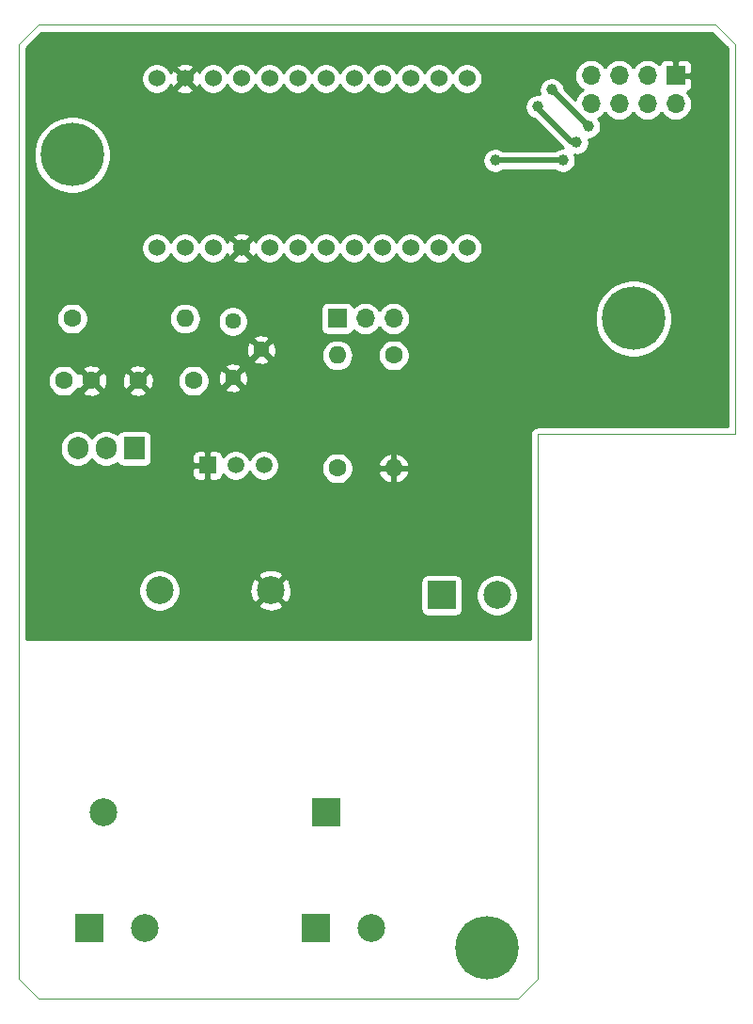
<source format=gbr>
%TF.GenerationSoftware,KiCad,Pcbnew,(5.1.2)-2*%
%TF.CreationDate,2019-06-24T14:10:12+02:00*%
%TF.ProjectId,Main_Monstrum,4d61696e-5f4d-46f6-9e73-7472756d2e6b,rev?*%
%TF.SameCoordinates,PX196f3b0PYa952310*%
%TF.FileFunction,Copper,L2,Bot*%
%TF.FilePolarity,Positive*%
%FSLAX46Y46*%
G04 Gerber Fmt 4.6, Leading zero omitted, Abs format (unit mm)*
G04 Created by KiCad (PCBNEW (5.1.2)-2) date 2019-06-24 14:10:12*
%MOMM*%
%LPD*%
G04 APERTURE LIST*
%ADD10C,0.100000*%
%ADD11C,5.700000*%
%ADD12C,2.500000*%
%ADD13R,2.500000X2.500000*%
%ADD14C,1.524000*%
%ADD15R,1.700000X1.700000*%
%ADD16O,1.700000X1.700000*%
%ADD17C,1.600000*%
%ADD18R,1.905000X2.000000*%
%ADD19O,1.905000X2.000000*%
%ADD20C,1.500000*%
%ADD21R,1.500000X1.500000*%
%ADD22O,1.600000X1.600000*%
%ADD23C,1.440000*%
%ADD24C,1.000000*%
%ADD25C,0.500000*%
%ADD26C,0.254000*%
G04 APERTURE END LIST*
D10*
X64516000Y85852000D02*
X64516000Y50800000D01*
X1778000Y87630000D02*
X62738000Y87630000D01*
X0Y1778000D02*
X0Y85852000D01*
X44958000Y0D02*
X1778000Y0D01*
X46736000Y50800000D02*
X46736000Y1778000D01*
X62738000Y87630000D02*
X64516000Y85852000D01*
X0Y85852000D02*
X1778000Y87630000D01*
X1778000Y0D02*
X0Y1778000D01*
X44958000Y0D02*
X46736000Y1778000D01*
X64516000Y50800000D02*
X46736000Y50800000D01*
D11*
X55372000Y61214000D03*
X42164000Y4572000D03*
X4826000Y75946000D03*
D12*
X31750000Y6350000D03*
D13*
X26750000Y6350000D03*
D14*
X40386000Y82804000D03*
X37846000Y82804000D03*
X35306000Y82804000D03*
X32766000Y82804000D03*
X30226000Y82804000D03*
X27686000Y82804000D03*
X25146000Y82804000D03*
X22606000Y82804000D03*
X20066000Y82804000D03*
X17526000Y82804000D03*
X14986000Y82804000D03*
X12446000Y82804000D03*
X40386000Y67564000D03*
X37846000Y67564000D03*
X35306000Y67564000D03*
X32766000Y67564000D03*
X30226000Y67564000D03*
X27686000Y67564000D03*
X25146000Y67564000D03*
X22606000Y67564000D03*
X20066000Y67564000D03*
X17526000Y67564000D03*
X14986000Y67564000D03*
X12446000Y67564000D03*
D15*
X59182000Y83058000D03*
D16*
X59182000Y80518000D03*
X56642000Y83058000D03*
X56642000Y80518000D03*
X54102000Y83058000D03*
X54102000Y80518000D03*
X51562000Y83058000D03*
X51562000Y80518000D03*
D17*
X15748000Y55626000D03*
X10748000Y55626000D03*
D13*
X38100000Y36322000D03*
D12*
X43100000Y36322000D03*
D15*
X28702000Y61214000D03*
D16*
X31242000Y61214000D03*
X33782000Y61214000D03*
D12*
X11350000Y6350000D03*
D13*
X6350000Y6350000D03*
D18*
X10414000Y49530000D03*
D19*
X7874000Y49530000D03*
X5334000Y49530000D03*
D17*
X4064000Y55626000D03*
X6564000Y55626000D03*
D20*
X19558000Y48006000D03*
X22098000Y48006000D03*
D21*
X17018000Y48006000D03*
D17*
X4826000Y61214000D03*
D22*
X14986000Y61214000D03*
D17*
X28702000Y47752000D03*
D22*
X28702000Y57912000D03*
X33782000Y47752000D03*
D17*
X33782000Y57912000D03*
D12*
X7686000Y16764000D03*
D13*
X27686000Y16764000D03*
D12*
X12686000Y36764000D03*
X22686000Y36764000D03*
D23*
X19304000Y55880000D03*
X21844000Y58420000D03*
X19304000Y60960000D03*
D24*
X49022000Y75438000D03*
X42926000Y75438000D03*
X50254954Y77067817D03*
X46736000Y80263996D03*
X51308000Y78486000D03*
X48006000Y81788000D03*
D25*
X49022000Y75438000D02*
X42926000Y75438000D01*
X46736000Y80171386D02*
X46736000Y80263996D01*
X50254954Y77067817D02*
X49839569Y77067817D01*
X49839569Y77067817D02*
X46736000Y80171386D01*
X51308000Y78486000D02*
X48006000Y81788000D01*
D26*
G36*
X63831000Y85568264D02*
G01*
X63831001Y51485000D01*
X46769647Y51485000D01*
X46736000Y51488314D01*
X46702353Y51485000D01*
X46601717Y51475088D01*
X46472594Y51435919D01*
X46353593Y51372312D01*
X46249289Y51286711D01*
X46163688Y51182407D01*
X46100081Y51063406D01*
X46060912Y50934283D01*
X46047686Y50800000D01*
X46051000Y50766353D01*
X46051000Y32385000D01*
X685000Y32385000D01*
X685000Y36949656D01*
X10801000Y36949656D01*
X10801000Y36578344D01*
X10873439Y36214166D01*
X11015534Y35871118D01*
X11221825Y35562382D01*
X11484382Y35299825D01*
X11793118Y35093534D01*
X12136166Y34951439D01*
X12500344Y34879000D01*
X12871656Y34879000D01*
X13235834Y34951439D01*
X13578882Y35093534D01*
X13887618Y35299825D01*
X14038188Y35450395D01*
X21552000Y35450395D01*
X21677914Y35160423D01*
X22010126Y34994567D01*
X22368312Y34896710D01*
X22738706Y34870611D01*
X23107075Y34917275D01*
X23459262Y35034906D01*
X23694086Y35160423D01*
X23820000Y35450395D01*
X22686000Y36584395D01*
X21552000Y35450395D01*
X14038188Y35450395D01*
X14150175Y35562382D01*
X14356466Y35871118D01*
X14498561Y36214166D01*
X14571000Y36578344D01*
X14571000Y36711294D01*
X20792611Y36711294D01*
X20839275Y36342925D01*
X20956906Y35990738D01*
X21082423Y35755914D01*
X21372395Y35630000D01*
X22506395Y36764000D01*
X22865605Y36764000D01*
X23999605Y35630000D01*
X24289577Y35755914D01*
X24455433Y36088126D01*
X24553290Y36446312D01*
X24579389Y36816706D01*
X24532725Y37185075D01*
X24415094Y37537262D01*
X24396527Y37572000D01*
X36211928Y37572000D01*
X36211928Y35072000D01*
X36224188Y34947518D01*
X36260498Y34827820D01*
X36319463Y34717506D01*
X36398815Y34620815D01*
X36495506Y34541463D01*
X36605820Y34482498D01*
X36725518Y34446188D01*
X36850000Y34433928D01*
X39350000Y34433928D01*
X39474482Y34446188D01*
X39594180Y34482498D01*
X39704494Y34541463D01*
X39801185Y34620815D01*
X39880537Y34717506D01*
X39939502Y34827820D01*
X39975812Y34947518D01*
X39988072Y35072000D01*
X39988072Y36507656D01*
X41215000Y36507656D01*
X41215000Y36136344D01*
X41287439Y35772166D01*
X41429534Y35429118D01*
X41635825Y35120382D01*
X41898382Y34857825D01*
X42207118Y34651534D01*
X42550166Y34509439D01*
X42914344Y34437000D01*
X43285656Y34437000D01*
X43649834Y34509439D01*
X43992882Y34651534D01*
X44301618Y34857825D01*
X44564175Y35120382D01*
X44770466Y35429118D01*
X44912561Y35772166D01*
X44985000Y36136344D01*
X44985000Y36507656D01*
X44912561Y36871834D01*
X44770466Y37214882D01*
X44564175Y37523618D01*
X44301618Y37786175D01*
X43992882Y37992466D01*
X43649834Y38134561D01*
X43285656Y38207000D01*
X42914344Y38207000D01*
X42550166Y38134561D01*
X42207118Y37992466D01*
X41898382Y37786175D01*
X41635825Y37523618D01*
X41429534Y37214882D01*
X41287439Y36871834D01*
X41215000Y36507656D01*
X39988072Y36507656D01*
X39988072Y37572000D01*
X39975812Y37696482D01*
X39939502Y37816180D01*
X39880537Y37926494D01*
X39801185Y38023185D01*
X39704494Y38102537D01*
X39594180Y38161502D01*
X39474482Y38197812D01*
X39350000Y38210072D01*
X36850000Y38210072D01*
X36725518Y38197812D01*
X36605820Y38161502D01*
X36495506Y38102537D01*
X36398815Y38023185D01*
X36319463Y37926494D01*
X36260498Y37816180D01*
X36224188Y37696482D01*
X36211928Y37572000D01*
X24396527Y37572000D01*
X24289577Y37772086D01*
X23999605Y37898000D01*
X22865605Y36764000D01*
X22506395Y36764000D01*
X21372395Y37898000D01*
X21082423Y37772086D01*
X20916567Y37439874D01*
X20818710Y37081688D01*
X20792611Y36711294D01*
X14571000Y36711294D01*
X14571000Y36949656D01*
X14498561Y37313834D01*
X14356466Y37656882D01*
X14150175Y37965618D01*
X14038188Y38077605D01*
X21552000Y38077605D01*
X22686000Y36943605D01*
X23820000Y38077605D01*
X23694086Y38367577D01*
X23361874Y38533433D01*
X23003688Y38631290D01*
X22633294Y38657389D01*
X22264925Y38610725D01*
X21912738Y38493094D01*
X21677914Y38367577D01*
X21552000Y38077605D01*
X14038188Y38077605D01*
X13887618Y38228175D01*
X13578882Y38434466D01*
X13235834Y38576561D01*
X12871656Y38649000D01*
X12500344Y38649000D01*
X12136166Y38576561D01*
X11793118Y38434466D01*
X11484382Y38228175D01*
X11221825Y37965618D01*
X11015534Y37656882D01*
X10873439Y37313834D01*
X10801000Y36949656D01*
X685000Y36949656D01*
X685000Y47256000D01*
X15629928Y47256000D01*
X15642188Y47131518D01*
X15678498Y47011820D01*
X15737463Y46901506D01*
X15816815Y46804815D01*
X15913506Y46725463D01*
X16023820Y46666498D01*
X16143518Y46630188D01*
X16268000Y46617928D01*
X16732250Y46621000D01*
X16891000Y46779750D01*
X16891000Y47879000D01*
X15791750Y47879000D01*
X15633000Y47720250D01*
X15629928Y47256000D01*
X685000Y47256000D01*
X685000Y49655486D01*
X3746500Y49655486D01*
X3746500Y49404515D01*
X3769470Y49171297D01*
X3860245Y48872052D01*
X4007655Y48596266D01*
X4206037Y48354537D01*
X4447765Y48156155D01*
X4723551Y48008745D01*
X5022796Y47917970D01*
X5334000Y47887319D01*
X5645203Y47917970D01*
X5944448Y48008745D01*
X6220234Y48156155D01*
X6461963Y48354537D01*
X6604000Y48527609D01*
X6746037Y48354537D01*
X6987765Y48156155D01*
X7263551Y48008745D01*
X7562796Y47917970D01*
X7874000Y47887319D01*
X8185203Y47917970D01*
X8484448Y48008745D01*
X8760234Y48156155D01*
X8886095Y48259447D01*
X8930963Y48175506D01*
X9010315Y48078815D01*
X9107006Y47999463D01*
X9217320Y47940498D01*
X9337018Y47904188D01*
X9461500Y47891928D01*
X11366500Y47891928D01*
X11490982Y47904188D01*
X11610680Y47940498D01*
X11720994Y47999463D01*
X11817685Y48078815D01*
X11897037Y48175506D01*
X11956002Y48285820D01*
X11992312Y48405518D01*
X12004572Y48530000D01*
X12004572Y48756000D01*
X15629928Y48756000D01*
X15633000Y48291750D01*
X15791750Y48133000D01*
X16891000Y48133000D01*
X16891000Y49232250D01*
X17145000Y49232250D01*
X17145000Y48133000D01*
X17165000Y48133000D01*
X17165000Y47879000D01*
X17145000Y47879000D01*
X17145000Y46779750D01*
X17303750Y46621000D01*
X17768000Y46617928D01*
X17892482Y46630188D01*
X18012180Y46666498D01*
X18122494Y46725463D01*
X18219185Y46804815D01*
X18298537Y46901506D01*
X18357502Y47011820D01*
X18393812Y47131518D01*
X18404445Y47239483D01*
X18482201Y47123114D01*
X18675114Y46930201D01*
X18901957Y46778629D01*
X19154011Y46674225D01*
X19421589Y46621000D01*
X19694411Y46621000D01*
X19961989Y46674225D01*
X20214043Y46778629D01*
X20440886Y46930201D01*
X20633799Y47123114D01*
X20785371Y47349957D01*
X20828000Y47452873D01*
X20870629Y47349957D01*
X21022201Y47123114D01*
X21215114Y46930201D01*
X21441957Y46778629D01*
X21694011Y46674225D01*
X21961589Y46621000D01*
X22234411Y46621000D01*
X22501989Y46674225D01*
X22754043Y46778629D01*
X22980886Y46930201D01*
X23173799Y47123114D01*
X23325371Y47349957D01*
X23429775Y47602011D01*
X23483000Y47869589D01*
X23483000Y47893335D01*
X27267000Y47893335D01*
X27267000Y47610665D01*
X27322147Y47333426D01*
X27430320Y47072273D01*
X27587363Y46837241D01*
X27787241Y46637363D01*
X28022273Y46480320D01*
X28283426Y46372147D01*
X28560665Y46317000D01*
X28843335Y46317000D01*
X29120574Y46372147D01*
X29381727Y46480320D01*
X29616759Y46637363D01*
X29816637Y46837241D01*
X29973680Y47072273D01*
X30081853Y47333426D01*
X30095684Y47402960D01*
X32390091Y47402960D01*
X32484930Y47138119D01*
X32629615Y46896869D01*
X32818586Y46688481D01*
X33044580Y46520963D01*
X33298913Y46400754D01*
X33432961Y46360096D01*
X33655000Y46482085D01*
X33655000Y47625000D01*
X33909000Y47625000D01*
X33909000Y46482085D01*
X34131039Y46360096D01*
X34265087Y46400754D01*
X34519420Y46520963D01*
X34745414Y46688481D01*
X34934385Y46896869D01*
X35079070Y47138119D01*
X35173909Y47402960D01*
X35052624Y47625000D01*
X33909000Y47625000D01*
X33655000Y47625000D01*
X32511376Y47625000D01*
X32390091Y47402960D01*
X30095684Y47402960D01*
X30137000Y47610665D01*
X30137000Y47893335D01*
X30095685Y48101040D01*
X32390091Y48101040D01*
X32511376Y47879000D01*
X33655000Y47879000D01*
X33655000Y49021915D01*
X33909000Y49021915D01*
X33909000Y47879000D01*
X35052624Y47879000D01*
X35173909Y48101040D01*
X35079070Y48365881D01*
X34934385Y48607131D01*
X34745414Y48815519D01*
X34519420Y48983037D01*
X34265087Y49103246D01*
X34131039Y49143904D01*
X33909000Y49021915D01*
X33655000Y49021915D01*
X33432961Y49143904D01*
X33298913Y49103246D01*
X33044580Y48983037D01*
X32818586Y48815519D01*
X32629615Y48607131D01*
X32484930Y48365881D01*
X32390091Y48101040D01*
X30095685Y48101040D01*
X30081853Y48170574D01*
X29973680Y48431727D01*
X29816637Y48666759D01*
X29616759Y48866637D01*
X29381727Y49023680D01*
X29120574Y49131853D01*
X28843335Y49187000D01*
X28560665Y49187000D01*
X28283426Y49131853D01*
X28022273Y49023680D01*
X27787241Y48866637D01*
X27587363Y48666759D01*
X27430320Y48431727D01*
X27322147Y48170574D01*
X27267000Y47893335D01*
X23483000Y47893335D01*
X23483000Y48142411D01*
X23429775Y48409989D01*
X23325371Y48662043D01*
X23173799Y48888886D01*
X22980886Y49081799D01*
X22754043Y49233371D01*
X22501989Y49337775D01*
X22234411Y49391000D01*
X21961589Y49391000D01*
X21694011Y49337775D01*
X21441957Y49233371D01*
X21215114Y49081799D01*
X21022201Y48888886D01*
X20870629Y48662043D01*
X20828000Y48559127D01*
X20785371Y48662043D01*
X20633799Y48888886D01*
X20440886Y49081799D01*
X20214043Y49233371D01*
X19961989Y49337775D01*
X19694411Y49391000D01*
X19421589Y49391000D01*
X19154011Y49337775D01*
X18901957Y49233371D01*
X18675114Y49081799D01*
X18482201Y48888886D01*
X18404445Y48772517D01*
X18393812Y48880482D01*
X18357502Y49000180D01*
X18298537Y49110494D01*
X18219185Y49207185D01*
X18122494Y49286537D01*
X18012180Y49345502D01*
X17892482Y49381812D01*
X17768000Y49394072D01*
X17303750Y49391000D01*
X17145000Y49232250D01*
X16891000Y49232250D01*
X16732250Y49391000D01*
X16268000Y49394072D01*
X16143518Y49381812D01*
X16023820Y49345502D01*
X15913506Y49286537D01*
X15816815Y49207185D01*
X15737463Y49110494D01*
X15678498Y49000180D01*
X15642188Y48880482D01*
X15629928Y48756000D01*
X12004572Y48756000D01*
X12004572Y50530000D01*
X11992312Y50654482D01*
X11956002Y50774180D01*
X11897037Y50884494D01*
X11817685Y50981185D01*
X11720994Y51060537D01*
X11610680Y51119502D01*
X11490982Y51155812D01*
X11366500Y51168072D01*
X9461500Y51168072D01*
X9337018Y51155812D01*
X9217320Y51119502D01*
X9107006Y51060537D01*
X9010315Y50981185D01*
X8930963Y50884494D01*
X8886095Y50800554D01*
X8760235Y50903845D01*
X8484449Y51051255D01*
X8185204Y51142030D01*
X7874000Y51172681D01*
X7562797Y51142030D01*
X7263552Y51051255D01*
X6987766Y50903845D01*
X6746037Y50705463D01*
X6604000Y50532391D01*
X6461963Y50705463D01*
X6220235Y50903845D01*
X5944449Y51051255D01*
X5645204Y51142030D01*
X5334000Y51172681D01*
X5022797Y51142030D01*
X4723552Y51051255D01*
X4447766Y50903845D01*
X4206037Y50705463D01*
X4007655Y50463735D01*
X3860245Y50187949D01*
X3769470Y49888704D01*
X3746500Y49655486D01*
X685000Y49655486D01*
X685000Y55767335D01*
X2629000Y55767335D01*
X2629000Y55484665D01*
X2684147Y55207426D01*
X2792320Y54946273D01*
X2949363Y54711241D01*
X3149241Y54511363D01*
X3384273Y54354320D01*
X3645426Y54246147D01*
X3922665Y54191000D01*
X4205335Y54191000D01*
X4482574Y54246147D01*
X4743727Y54354320D01*
X4978759Y54511363D01*
X5100694Y54633298D01*
X5750903Y54633298D01*
X5822486Y54389329D01*
X6077996Y54268429D01*
X6352184Y54199700D01*
X6634512Y54185783D01*
X6914130Y54227213D01*
X7180292Y54322397D01*
X7305514Y54389329D01*
X7377097Y54633298D01*
X9934903Y54633298D01*
X10006486Y54389329D01*
X10261996Y54268429D01*
X10536184Y54199700D01*
X10818512Y54185783D01*
X11098130Y54227213D01*
X11364292Y54322397D01*
X11489514Y54389329D01*
X11561097Y54633298D01*
X10748000Y55446395D01*
X9934903Y54633298D01*
X7377097Y54633298D01*
X6564000Y55446395D01*
X5750903Y54633298D01*
X5100694Y54633298D01*
X5178637Y54711241D01*
X5312692Y54911869D01*
X5327329Y54884486D01*
X5571298Y54812903D01*
X6384395Y55626000D01*
X6743605Y55626000D01*
X7556702Y54812903D01*
X7800671Y54884486D01*
X7921571Y55139996D01*
X7990300Y55414184D01*
X7997265Y55555488D01*
X9307783Y55555488D01*
X9349213Y55275870D01*
X9444397Y55009708D01*
X9511329Y54884486D01*
X9755298Y54812903D01*
X10568395Y55626000D01*
X10927605Y55626000D01*
X11740702Y54812903D01*
X11984671Y54884486D01*
X12105571Y55139996D01*
X12174300Y55414184D01*
X12188217Y55696512D01*
X12177724Y55767335D01*
X14313000Y55767335D01*
X14313000Y55484665D01*
X14368147Y55207426D01*
X14476320Y54946273D01*
X14633363Y54711241D01*
X14833241Y54511363D01*
X15068273Y54354320D01*
X15329426Y54246147D01*
X15606665Y54191000D01*
X15889335Y54191000D01*
X16166574Y54246147D01*
X16427727Y54354320D01*
X16662759Y54511363D01*
X16862637Y54711241D01*
X17018455Y54944440D01*
X18548045Y54944440D01*
X18609932Y54708632D01*
X18851790Y54595734D01*
X19111027Y54532189D01*
X19377680Y54520439D01*
X19641501Y54560937D01*
X19892353Y54652125D01*
X19998068Y54708632D01*
X20059955Y54944440D01*
X19304000Y55700395D01*
X18548045Y54944440D01*
X17018455Y54944440D01*
X17019680Y54946273D01*
X17127853Y55207426D01*
X17183000Y55484665D01*
X17183000Y55767335D01*
X17175246Y55806320D01*
X17944439Y55806320D01*
X17984937Y55542499D01*
X18076125Y55291647D01*
X18132632Y55185932D01*
X18368440Y55124045D01*
X19124395Y55880000D01*
X19483605Y55880000D01*
X20239560Y55124045D01*
X20475368Y55185932D01*
X20588266Y55427790D01*
X20651811Y55687027D01*
X20663561Y55953680D01*
X20623063Y56217501D01*
X20531875Y56468353D01*
X20475368Y56574068D01*
X20239560Y56635955D01*
X19483605Y55880000D01*
X19124395Y55880000D01*
X18368440Y56635955D01*
X18132632Y56574068D01*
X18019734Y56332210D01*
X17956189Y56072973D01*
X17944439Y55806320D01*
X17175246Y55806320D01*
X17127853Y56044574D01*
X17019680Y56305727D01*
X16862637Y56540759D01*
X16662759Y56740637D01*
X16550629Y56815560D01*
X18548045Y56815560D01*
X19304000Y56059605D01*
X20059955Y56815560D01*
X19998068Y57051368D01*
X19756210Y57164266D01*
X19496973Y57227811D01*
X19230320Y57239561D01*
X18966499Y57199063D01*
X18715647Y57107875D01*
X18609932Y57051368D01*
X18548045Y56815560D01*
X16550629Y56815560D01*
X16427727Y56897680D01*
X16166574Y57005853D01*
X15889335Y57061000D01*
X15606665Y57061000D01*
X15329426Y57005853D01*
X15068273Y56897680D01*
X14833241Y56740637D01*
X14633363Y56540759D01*
X14476320Y56305727D01*
X14368147Y56044574D01*
X14313000Y55767335D01*
X12177724Y55767335D01*
X12146787Y55976130D01*
X12051603Y56242292D01*
X11984671Y56367514D01*
X11740702Y56439097D01*
X10927605Y55626000D01*
X10568395Y55626000D01*
X9755298Y56439097D01*
X9511329Y56367514D01*
X9390429Y56112004D01*
X9321700Y55837816D01*
X9307783Y55555488D01*
X7997265Y55555488D01*
X8004217Y55696512D01*
X7962787Y55976130D01*
X7867603Y56242292D01*
X7800671Y56367514D01*
X7556702Y56439097D01*
X6743605Y55626000D01*
X6384395Y55626000D01*
X5571298Y56439097D01*
X5327329Y56367514D01*
X5313676Y56338659D01*
X5178637Y56540759D01*
X5100694Y56618702D01*
X5750903Y56618702D01*
X6564000Y55805605D01*
X7377097Y56618702D01*
X9934903Y56618702D01*
X10748000Y55805605D01*
X11561097Y56618702D01*
X11489514Y56862671D01*
X11234004Y56983571D01*
X10959816Y57052300D01*
X10677488Y57066217D01*
X10397870Y57024787D01*
X10131708Y56929603D01*
X10006486Y56862671D01*
X9934903Y56618702D01*
X7377097Y56618702D01*
X7305514Y56862671D01*
X7050004Y56983571D01*
X6775816Y57052300D01*
X6493488Y57066217D01*
X6213870Y57024787D01*
X5947708Y56929603D01*
X5822486Y56862671D01*
X5750903Y56618702D01*
X5100694Y56618702D01*
X4978759Y56740637D01*
X4743727Y56897680D01*
X4482574Y57005853D01*
X4205335Y57061000D01*
X3922665Y57061000D01*
X3645426Y57005853D01*
X3384273Y56897680D01*
X3149241Y56740637D01*
X2949363Y56540759D01*
X2792320Y56305727D01*
X2684147Y56044574D01*
X2629000Y55767335D01*
X685000Y55767335D01*
X685000Y57484440D01*
X21088045Y57484440D01*
X21149932Y57248632D01*
X21391790Y57135734D01*
X21651027Y57072189D01*
X21917680Y57060439D01*
X22181501Y57100937D01*
X22432353Y57192125D01*
X22538068Y57248632D01*
X22599955Y57484440D01*
X21844000Y58240395D01*
X21088045Y57484440D01*
X685000Y57484440D01*
X685000Y58346320D01*
X20484439Y58346320D01*
X20524937Y58082499D01*
X20616125Y57831647D01*
X20672632Y57725932D01*
X20908440Y57664045D01*
X21664395Y58420000D01*
X22023605Y58420000D01*
X22779560Y57664045D01*
X23015368Y57725932D01*
X23102223Y57912000D01*
X27260057Y57912000D01*
X27287764Y57630691D01*
X27369818Y57360192D01*
X27503068Y57110899D01*
X27682392Y56892392D01*
X27900899Y56713068D01*
X28150192Y56579818D01*
X28420691Y56497764D01*
X28631508Y56477000D01*
X28772492Y56477000D01*
X28983309Y56497764D01*
X29253808Y56579818D01*
X29503101Y56713068D01*
X29721608Y56892392D01*
X29900932Y57110899D01*
X30034182Y57360192D01*
X30116236Y57630691D01*
X30143943Y57912000D01*
X30130023Y58053335D01*
X32347000Y58053335D01*
X32347000Y57770665D01*
X32402147Y57493426D01*
X32510320Y57232273D01*
X32667363Y56997241D01*
X32867241Y56797363D01*
X33102273Y56640320D01*
X33363426Y56532147D01*
X33640665Y56477000D01*
X33923335Y56477000D01*
X34200574Y56532147D01*
X34461727Y56640320D01*
X34696759Y56797363D01*
X34896637Y56997241D01*
X35053680Y57232273D01*
X35161853Y57493426D01*
X35217000Y57770665D01*
X35217000Y58053335D01*
X35161853Y58330574D01*
X35053680Y58591727D01*
X34896637Y58826759D01*
X34696759Y59026637D01*
X34461727Y59183680D01*
X34200574Y59291853D01*
X33923335Y59347000D01*
X33640665Y59347000D01*
X33363426Y59291853D01*
X33102273Y59183680D01*
X32867241Y59026637D01*
X32667363Y58826759D01*
X32510320Y58591727D01*
X32402147Y58330574D01*
X32347000Y58053335D01*
X30130023Y58053335D01*
X30116236Y58193309D01*
X30034182Y58463808D01*
X29900932Y58713101D01*
X29721608Y58931608D01*
X29503101Y59110932D01*
X29253808Y59244182D01*
X28983309Y59326236D01*
X28772492Y59347000D01*
X28631508Y59347000D01*
X28420691Y59326236D01*
X28150192Y59244182D01*
X27900899Y59110932D01*
X27682392Y58931608D01*
X27503068Y58713101D01*
X27369818Y58463808D01*
X27287764Y58193309D01*
X27260057Y57912000D01*
X23102223Y57912000D01*
X23128266Y57967790D01*
X23191811Y58227027D01*
X23203561Y58493680D01*
X23163063Y58757501D01*
X23071875Y59008353D01*
X23015368Y59114068D01*
X22779560Y59175955D01*
X22023605Y58420000D01*
X21664395Y58420000D01*
X20908440Y59175955D01*
X20672632Y59114068D01*
X20559734Y58872210D01*
X20496189Y58612973D01*
X20484439Y58346320D01*
X685000Y58346320D01*
X685000Y59355560D01*
X21088045Y59355560D01*
X21844000Y58599605D01*
X22599955Y59355560D01*
X22538068Y59591368D01*
X22296210Y59704266D01*
X22036973Y59767811D01*
X21770320Y59779561D01*
X21506499Y59739063D01*
X21255647Y59647875D01*
X21149932Y59591368D01*
X21088045Y59355560D01*
X685000Y59355560D01*
X685000Y61355335D01*
X3391000Y61355335D01*
X3391000Y61072665D01*
X3446147Y60795426D01*
X3554320Y60534273D01*
X3711363Y60299241D01*
X3911241Y60099363D01*
X4146273Y59942320D01*
X4407426Y59834147D01*
X4684665Y59779000D01*
X4967335Y59779000D01*
X5244574Y59834147D01*
X5505727Y59942320D01*
X5740759Y60099363D01*
X5940637Y60299241D01*
X6097680Y60534273D01*
X6205853Y60795426D01*
X6261000Y61072665D01*
X6261000Y61214000D01*
X13544057Y61214000D01*
X13571764Y60932691D01*
X13653818Y60662192D01*
X13787068Y60412899D01*
X13966392Y60194392D01*
X14184899Y60015068D01*
X14434192Y59881818D01*
X14704691Y59799764D01*
X14915508Y59779000D01*
X15056492Y59779000D01*
X15267309Y59799764D01*
X15537808Y59881818D01*
X15787101Y60015068D01*
X16005608Y60194392D01*
X16184932Y60412899D01*
X16318182Y60662192D01*
X16400236Y60932691D01*
X16416070Y61093456D01*
X17949000Y61093456D01*
X17949000Y60826544D01*
X18001072Y60564761D01*
X18103215Y60318167D01*
X18251503Y60096238D01*
X18440238Y59907503D01*
X18662167Y59759215D01*
X18908761Y59657072D01*
X19170544Y59605000D01*
X19437456Y59605000D01*
X19699239Y59657072D01*
X19945833Y59759215D01*
X20167762Y59907503D01*
X20356497Y60096238D01*
X20504785Y60318167D01*
X20606928Y60564761D01*
X20659000Y60826544D01*
X20659000Y61093456D01*
X20606928Y61355239D01*
X20504785Y61601833D01*
X20356497Y61823762D01*
X20167762Y62012497D01*
X20090683Y62064000D01*
X27213928Y62064000D01*
X27213928Y60364000D01*
X27226188Y60239518D01*
X27262498Y60119820D01*
X27321463Y60009506D01*
X27400815Y59912815D01*
X27497506Y59833463D01*
X27607820Y59774498D01*
X27727518Y59738188D01*
X27852000Y59725928D01*
X29552000Y59725928D01*
X29676482Y59738188D01*
X29796180Y59774498D01*
X29906494Y59833463D01*
X30003185Y59912815D01*
X30082537Y60009506D01*
X30141502Y60119820D01*
X30162393Y60188687D01*
X30186866Y60158866D01*
X30412986Y59973294D01*
X30670966Y59835401D01*
X30950889Y59750487D01*
X31169050Y59729000D01*
X31314950Y59729000D01*
X31533111Y59750487D01*
X31813034Y59835401D01*
X32071014Y59973294D01*
X32297134Y60158866D01*
X32482706Y60384986D01*
X32512000Y60439791D01*
X32541294Y60384986D01*
X32726866Y60158866D01*
X32952986Y59973294D01*
X33210966Y59835401D01*
X33490889Y59750487D01*
X33709050Y59729000D01*
X33854950Y59729000D01*
X34073111Y59750487D01*
X34353034Y59835401D01*
X34611014Y59973294D01*
X34837134Y60158866D01*
X35022706Y60384986D01*
X35160599Y60642966D01*
X35245513Y60922889D01*
X35274185Y61214000D01*
X35245513Y61505111D01*
X35229700Y61557242D01*
X51887000Y61557242D01*
X51887000Y60870758D01*
X52020927Y60197463D01*
X52283633Y59563234D01*
X52665024Y58992442D01*
X53150442Y58507024D01*
X53721234Y58125633D01*
X54355463Y57862927D01*
X55028758Y57729000D01*
X55715242Y57729000D01*
X56388537Y57862927D01*
X57022766Y58125633D01*
X57593558Y58507024D01*
X58078976Y58992442D01*
X58460367Y59563234D01*
X58723073Y60197463D01*
X58857000Y60870758D01*
X58857000Y61557242D01*
X58723073Y62230537D01*
X58460367Y62864766D01*
X58078976Y63435558D01*
X57593558Y63920976D01*
X57022766Y64302367D01*
X56388537Y64565073D01*
X55715242Y64699000D01*
X55028758Y64699000D01*
X54355463Y64565073D01*
X53721234Y64302367D01*
X53150442Y63920976D01*
X52665024Y63435558D01*
X52283633Y62864766D01*
X52020927Y62230537D01*
X51887000Y61557242D01*
X35229700Y61557242D01*
X35160599Y61785034D01*
X35022706Y62043014D01*
X34837134Y62269134D01*
X34611014Y62454706D01*
X34353034Y62592599D01*
X34073111Y62677513D01*
X33854950Y62699000D01*
X33709050Y62699000D01*
X33490889Y62677513D01*
X33210966Y62592599D01*
X32952986Y62454706D01*
X32726866Y62269134D01*
X32541294Y62043014D01*
X32512000Y61988209D01*
X32482706Y62043014D01*
X32297134Y62269134D01*
X32071014Y62454706D01*
X31813034Y62592599D01*
X31533111Y62677513D01*
X31314950Y62699000D01*
X31169050Y62699000D01*
X30950889Y62677513D01*
X30670966Y62592599D01*
X30412986Y62454706D01*
X30186866Y62269134D01*
X30162393Y62239313D01*
X30141502Y62308180D01*
X30082537Y62418494D01*
X30003185Y62515185D01*
X29906494Y62594537D01*
X29796180Y62653502D01*
X29676482Y62689812D01*
X29552000Y62702072D01*
X27852000Y62702072D01*
X27727518Y62689812D01*
X27607820Y62653502D01*
X27497506Y62594537D01*
X27400815Y62515185D01*
X27321463Y62418494D01*
X27262498Y62308180D01*
X27226188Y62188482D01*
X27213928Y62064000D01*
X20090683Y62064000D01*
X19945833Y62160785D01*
X19699239Y62262928D01*
X19437456Y62315000D01*
X19170544Y62315000D01*
X18908761Y62262928D01*
X18662167Y62160785D01*
X18440238Y62012497D01*
X18251503Y61823762D01*
X18103215Y61601833D01*
X18001072Y61355239D01*
X17949000Y61093456D01*
X16416070Y61093456D01*
X16427943Y61214000D01*
X16400236Y61495309D01*
X16318182Y61765808D01*
X16184932Y62015101D01*
X16005608Y62233608D01*
X15787101Y62412932D01*
X15537808Y62546182D01*
X15267309Y62628236D01*
X15056492Y62649000D01*
X14915508Y62649000D01*
X14704691Y62628236D01*
X14434192Y62546182D01*
X14184899Y62412932D01*
X13966392Y62233608D01*
X13787068Y62015101D01*
X13653818Y61765808D01*
X13571764Y61495309D01*
X13544057Y61214000D01*
X6261000Y61214000D01*
X6261000Y61355335D01*
X6205853Y61632574D01*
X6097680Y61893727D01*
X5940637Y62128759D01*
X5740759Y62328637D01*
X5505727Y62485680D01*
X5244574Y62593853D01*
X4967335Y62649000D01*
X4684665Y62649000D01*
X4407426Y62593853D01*
X4146273Y62485680D01*
X3911241Y62328637D01*
X3711363Y62128759D01*
X3554320Y61893727D01*
X3446147Y61632574D01*
X3391000Y61355335D01*
X685000Y61355335D01*
X685000Y67701592D01*
X11049000Y67701592D01*
X11049000Y67426408D01*
X11102686Y67156510D01*
X11207995Y66902273D01*
X11360880Y66673465D01*
X11555465Y66478880D01*
X11784273Y66325995D01*
X12038510Y66220686D01*
X12308408Y66167000D01*
X12583592Y66167000D01*
X12853490Y66220686D01*
X13107727Y66325995D01*
X13336535Y66478880D01*
X13531120Y66673465D01*
X13684005Y66902273D01*
X13716000Y66979515D01*
X13747995Y66902273D01*
X13900880Y66673465D01*
X14095465Y66478880D01*
X14324273Y66325995D01*
X14578510Y66220686D01*
X14848408Y66167000D01*
X15123592Y66167000D01*
X15393490Y66220686D01*
X15647727Y66325995D01*
X15876535Y66478880D01*
X16071120Y66673465D01*
X16224005Y66902273D01*
X16256000Y66979515D01*
X16287995Y66902273D01*
X16440880Y66673465D01*
X16635465Y66478880D01*
X16864273Y66325995D01*
X17118510Y66220686D01*
X17388408Y66167000D01*
X17663592Y66167000D01*
X17933490Y66220686D01*
X18187727Y66325995D01*
X18416535Y66478880D01*
X18536090Y66598435D01*
X19280040Y66598435D01*
X19347020Y66358344D01*
X19596048Y66241244D01*
X19863135Y66174977D01*
X20138017Y66162090D01*
X20410133Y66203078D01*
X20669023Y66296364D01*
X20784980Y66358344D01*
X20851960Y66598435D01*
X20066000Y67384395D01*
X19280040Y66598435D01*
X18536090Y66598435D01*
X18611120Y66673465D01*
X18764005Y66902273D01*
X18793692Y66973943D01*
X18798364Y66960977D01*
X18860344Y66845020D01*
X19100435Y66778040D01*
X19886395Y67564000D01*
X20245605Y67564000D01*
X21031565Y66778040D01*
X21271656Y66845020D01*
X21335485Y66980760D01*
X21367995Y66902273D01*
X21520880Y66673465D01*
X21715465Y66478880D01*
X21944273Y66325995D01*
X22198510Y66220686D01*
X22468408Y66167000D01*
X22743592Y66167000D01*
X23013490Y66220686D01*
X23267727Y66325995D01*
X23496535Y66478880D01*
X23691120Y66673465D01*
X23844005Y66902273D01*
X23876000Y66979515D01*
X23907995Y66902273D01*
X24060880Y66673465D01*
X24255465Y66478880D01*
X24484273Y66325995D01*
X24738510Y66220686D01*
X25008408Y66167000D01*
X25283592Y66167000D01*
X25553490Y66220686D01*
X25807727Y66325995D01*
X26036535Y66478880D01*
X26231120Y66673465D01*
X26384005Y66902273D01*
X26416000Y66979515D01*
X26447995Y66902273D01*
X26600880Y66673465D01*
X26795465Y66478880D01*
X27024273Y66325995D01*
X27278510Y66220686D01*
X27548408Y66167000D01*
X27823592Y66167000D01*
X28093490Y66220686D01*
X28347727Y66325995D01*
X28576535Y66478880D01*
X28771120Y66673465D01*
X28924005Y66902273D01*
X28956000Y66979515D01*
X28987995Y66902273D01*
X29140880Y66673465D01*
X29335465Y66478880D01*
X29564273Y66325995D01*
X29818510Y66220686D01*
X30088408Y66167000D01*
X30363592Y66167000D01*
X30633490Y66220686D01*
X30887727Y66325995D01*
X31116535Y66478880D01*
X31311120Y66673465D01*
X31464005Y66902273D01*
X31496000Y66979515D01*
X31527995Y66902273D01*
X31680880Y66673465D01*
X31875465Y66478880D01*
X32104273Y66325995D01*
X32358510Y66220686D01*
X32628408Y66167000D01*
X32903592Y66167000D01*
X33173490Y66220686D01*
X33427727Y66325995D01*
X33656535Y66478880D01*
X33851120Y66673465D01*
X34004005Y66902273D01*
X34036000Y66979515D01*
X34067995Y66902273D01*
X34220880Y66673465D01*
X34415465Y66478880D01*
X34644273Y66325995D01*
X34898510Y66220686D01*
X35168408Y66167000D01*
X35443592Y66167000D01*
X35713490Y66220686D01*
X35967727Y66325995D01*
X36196535Y66478880D01*
X36391120Y66673465D01*
X36544005Y66902273D01*
X36576000Y66979515D01*
X36607995Y66902273D01*
X36760880Y66673465D01*
X36955465Y66478880D01*
X37184273Y66325995D01*
X37438510Y66220686D01*
X37708408Y66167000D01*
X37983592Y66167000D01*
X38253490Y66220686D01*
X38507727Y66325995D01*
X38736535Y66478880D01*
X38931120Y66673465D01*
X39084005Y66902273D01*
X39116000Y66979515D01*
X39147995Y66902273D01*
X39300880Y66673465D01*
X39495465Y66478880D01*
X39724273Y66325995D01*
X39978510Y66220686D01*
X40248408Y66167000D01*
X40523592Y66167000D01*
X40793490Y66220686D01*
X41047727Y66325995D01*
X41276535Y66478880D01*
X41471120Y66673465D01*
X41624005Y66902273D01*
X41729314Y67156510D01*
X41783000Y67426408D01*
X41783000Y67701592D01*
X41729314Y67971490D01*
X41624005Y68225727D01*
X41471120Y68454535D01*
X41276535Y68649120D01*
X41047727Y68802005D01*
X40793490Y68907314D01*
X40523592Y68961000D01*
X40248408Y68961000D01*
X39978510Y68907314D01*
X39724273Y68802005D01*
X39495465Y68649120D01*
X39300880Y68454535D01*
X39147995Y68225727D01*
X39116000Y68148485D01*
X39084005Y68225727D01*
X38931120Y68454535D01*
X38736535Y68649120D01*
X38507727Y68802005D01*
X38253490Y68907314D01*
X37983592Y68961000D01*
X37708408Y68961000D01*
X37438510Y68907314D01*
X37184273Y68802005D01*
X36955465Y68649120D01*
X36760880Y68454535D01*
X36607995Y68225727D01*
X36576000Y68148485D01*
X36544005Y68225727D01*
X36391120Y68454535D01*
X36196535Y68649120D01*
X35967727Y68802005D01*
X35713490Y68907314D01*
X35443592Y68961000D01*
X35168408Y68961000D01*
X34898510Y68907314D01*
X34644273Y68802005D01*
X34415465Y68649120D01*
X34220880Y68454535D01*
X34067995Y68225727D01*
X34036000Y68148485D01*
X34004005Y68225727D01*
X33851120Y68454535D01*
X33656535Y68649120D01*
X33427727Y68802005D01*
X33173490Y68907314D01*
X32903592Y68961000D01*
X32628408Y68961000D01*
X32358510Y68907314D01*
X32104273Y68802005D01*
X31875465Y68649120D01*
X31680880Y68454535D01*
X31527995Y68225727D01*
X31496000Y68148485D01*
X31464005Y68225727D01*
X31311120Y68454535D01*
X31116535Y68649120D01*
X30887727Y68802005D01*
X30633490Y68907314D01*
X30363592Y68961000D01*
X30088408Y68961000D01*
X29818510Y68907314D01*
X29564273Y68802005D01*
X29335465Y68649120D01*
X29140880Y68454535D01*
X28987995Y68225727D01*
X28956000Y68148485D01*
X28924005Y68225727D01*
X28771120Y68454535D01*
X28576535Y68649120D01*
X28347727Y68802005D01*
X28093490Y68907314D01*
X27823592Y68961000D01*
X27548408Y68961000D01*
X27278510Y68907314D01*
X27024273Y68802005D01*
X26795465Y68649120D01*
X26600880Y68454535D01*
X26447995Y68225727D01*
X26416000Y68148485D01*
X26384005Y68225727D01*
X26231120Y68454535D01*
X26036535Y68649120D01*
X25807727Y68802005D01*
X25553490Y68907314D01*
X25283592Y68961000D01*
X25008408Y68961000D01*
X24738510Y68907314D01*
X24484273Y68802005D01*
X24255465Y68649120D01*
X24060880Y68454535D01*
X23907995Y68225727D01*
X23876000Y68148485D01*
X23844005Y68225727D01*
X23691120Y68454535D01*
X23496535Y68649120D01*
X23267727Y68802005D01*
X23013490Y68907314D01*
X22743592Y68961000D01*
X22468408Y68961000D01*
X22198510Y68907314D01*
X21944273Y68802005D01*
X21715465Y68649120D01*
X21520880Y68454535D01*
X21367995Y68225727D01*
X21338308Y68154057D01*
X21333636Y68167023D01*
X21271656Y68282980D01*
X21031565Y68349960D01*
X20245605Y67564000D01*
X19886395Y67564000D01*
X19100435Y68349960D01*
X18860344Y68282980D01*
X18796515Y68147240D01*
X18764005Y68225727D01*
X18611120Y68454535D01*
X18536090Y68529565D01*
X19280040Y68529565D01*
X20066000Y67743605D01*
X20851960Y68529565D01*
X20784980Y68769656D01*
X20535952Y68886756D01*
X20268865Y68953023D01*
X19993983Y68965910D01*
X19721867Y68924922D01*
X19462977Y68831636D01*
X19347020Y68769656D01*
X19280040Y68529565D01*
X18536090Y68529565D01*
X18416535Y68649120D01*
X18187727Y68802005D01*
X17933490Y68907314D01*
X17663592Y68961000D01*
X17388408Y68961000D01*
X17118510Y68907314D01*
X16864273Y68802005D01*
X16635465Y68649120D01*
X16440880Y68454535D01*
X16287995Y68225727D01*
X16256000Y68148485D01*
X16224005Y68225727D01*
X16071120Y68454535D01*
X15876535Y68649120D01*
X15647727Y68802005D01*
X15393490Y68907314D01*
X15123592Y68961000D01*
X14848408Y68961000D01*
X14578510Y68907314D01*
X14324273Y68802005D01*
X14095465Y68649120D01*
X13900880Y68454535D01*
X13747995Y68225727D01*
X13716000Y68148485D01*
X13684005Y68225727D01*
X13531120Y68454535D01*
X13336535Y68649120D01*
X13107727Y68802005D01*
X12853490Y68907314D01*
X12583592Y68961000D01*
X12308408Y68961000D01*
X12038510Y68907314D01*
X11784273Y68802005D01*
X11555465Y68649120D01*
X11360880Y68454535D01*
X11207995Y68225727D01*
X11102686Y67971490D01*
X11049000Y67701592D01*
X685000Y67701592D01*
X685000Y76289242D01*
X1341000Y76289242D01*
X1341000Y75602758D01*
X1474927Y74929463D01*
X1737633Y74295234D01*
X2119024Y73724442D01*
X2604442Y73239024D01*
X3175234Y72857633D01*
X3809463Y72594927D01*
X4482758Y72461000D01*
X5169242Y72461000D01*
X5842537Y72594927D01*
X6476766Y72857633D01*
X7047558Y73239024D01*
X7532976Y73724442D01*
X7914367Y74295234D01*
X8177073Y74929463D01*
X8300463Y75549788D01*
X41791000Y75549788D01*
X41791000Y75326212D01*
X41834617Y75106933D01*
X41920176Y74900376D01*
X42044388Y74714480D01*
X42202480Y74556388D01*
X42388376Y74432176D01*
X42594933Y74346617D01*
X42814212Y74303000D01*
X43037788Y74303000D01*
X43257067Y74346617D01*
X43463624Y74432176D01*
X43644450Y74553000D01*
X48303550Y74553000D01*
X48484376Y74432176D01*
X48690933Y74346617D01*
X48910212Y74303000D01*
X49133788Y74303000D01*
X49353067Y74346617D01*
X49559624Y74432176D01*
X49745520Y74556388D01*
X49903612Y74714480D01*
X50027824Y74900376D01*
X50113383Y75106933D01*
X50157000Y75326212D01*
X50157000Y75549788D01*
X50113383Y75769067D01*
X50036791Y75953976D01*
X50143166Y75932817D01*
X50366742Y75932817D01*
X50586021Y75976434D01*
X50792578Y76061993D01*
X50978474Y76186205D01*
X51136566Y76344297D01*
X51260778Y76530193D01*
X51346337Y76736750D01*
X51389954Y76956029D01*
X51389954Y77179605D01*
X51355862Y77351000D01*
X51419788Y77351000D01*
X51639067Y77394617D01*
X51845624Y77480176D01*
X52031520Y77604388D01*
X52189612Y77762480D01*
X52313824Y77948376D01*
X52399383Y78154933D01*
X52443000Y78374212D01*
X52443000Y78597788D01*
X52399383Y78817067D01*
X52313824Y79023624D01*
X52209245Y79180137D01*
X52391014Y79277294D01*
X52617134Y79462866D01*
X52802706Y79688986D01*
X52832000Y79743791D01*
X52861294Y79688986D01*
X53046866Y79462866D01*
X53272986Y79277294D01*
X53530966Y79139401D01*
X53810889Y79054487D01*
X54029050Y79033000D01*
X54174950Y79033000D01*
X54393111Y79054487D01*
X54673034Y79139401D01*
X54931014Y79277294D01*
X55157134Y79462866D01*
X55342706Y79688986D01*
X55372000Y79743791D01*
X55401294Y79688986D01*
X55586866Y79462866D01*
X55812986Y79277294D01*
X56070966Y79139401D01*
X56350889Y79054487D01*
X56569050Y79033000D01*
X56714950Y79033000D01*
X56933111Y79054487D01*
X57213034Y79139401D01*
X57471014Y79277294D01*
X57697134Y79462866D01*
X57882706Y79688986D01*
X57912000Y79743791D01*
X57941294Y79688986D01*
X58126866Y79462866D01*
X58352986Y79277294D01*
X58610966Y79139401D01*
X58890889Y79054487D01*
X59109050Y79033000D01*
X59254950Y79033000D01*
X59473111Y79054487D01*
X59753034Y79139401D01*
X60011014Y79277294D01*
X60237134Y79462866D01*
X60422706Y79688986D01*
X60560599Y79946966D01*
X60645513Y80226889D01*
X60674185Y80518000D01*
X60645513Y80809111D01*
X60560599Y81089034D01*
X60422706Y81347014D01*
X60237134Y81573134D01*
X60207313Y81597607D01*
X60276180Y81618498D01*
X60386494Y81677463D01*
X60483185Y81756815D01*
X60562537Y81853506D01*
X60621502Y81963820D01*
X60657812Y82083518D01*
X60670072Y82208000D01*
X60667000Y82772250D01*
X60508250Y82931000D01*
X59309000Y82931000D01*
X59309000Y82911000D01*
X59055000Y82911000D01*
X59055000Y82931000D01*
X59035000Y82931000D01*
X59035000Y83185000D01*
X59055000Y83185000D01*
X59055000Y84384250D01*
X59309000Y84384250D01*
X59309000Y83185000D01*
X60508250Y83185000D01*
X60667000Y83343750D01*
X60670072Y83908000D01*
X60657812Y84032482D01*
X60621502Y84152180D01*
X60562537Y84262494D01*
X60483185Y84359185D01*
X60386494Y84438537D01*
X60276180Y84497502D01*
X60156482Y84533812D01*
X60032000Y84546072D01*
X59467750Y84543000D01*
X59309000Y84384250D01*
X59055000Y84384250D01*
X58896250Y84543000D01*
X58332000Y84546072D01*
X58207518Y84533812D01*
X58087820Y84497502D01*
X57977506Y84438537D01*
X57880815Y84359185D01*
X57801463Y84262494D01*
X57742498Y84152180D01*
X57721607Y84083313D01*
X57697134Y84113134D01*
X57471014Y84298706D01*
X57213034Y84436599D01*
X56933111Y84521513D01*
X56714950Y84543000D01*
X56569050Y84543000D01*
X56350889Y84521513D01*
X56070966Y84436599D01*
X55812986Y84298706D01*
X55586866Y84113134D01*
X55401294Y83887014D01*
X55372000Y83832209D01*
X55342706Y83887014D01*
X55157134Y84113134D01*
X54931014Y84298706D01*
X54673034Y84436599D01*
X54393111Y84521513D01*
X54174950Y84543000D01*
X54029050Y84543000D01*
X53810889Y84521513D01*
X53530966Y84436599D01*
X53272986Y84298706D01*
X53046866Y84113134D01*
X52861294Y83887014D01*
X52832000Y83832209D01*
X52802706Y83887014D01*
X52617134Y84113134D01*
X52391014Y84298706D01*
X52133034Y84436599D01*
X51853111Y84521513D01*
X51634950Y84543000D01*
X51489050Y84543000D01*
X51270889Y84521513D01*
X50990966Y84436599D01*
X50732986Y84298706D01*
X50506866Y84113134D01*
X50321294Y83887014D01*
X50183401Y83629034D01*
X50098487Y83349111D01*
X50069815Y83058000D01*
X50098487Y82766889D01*
X50183401Y82486966D01*
X50321294Y82228986D01*
X50506866Y82002866D01*
X50732986Y81817294D01*
X50787791Y81788000D01*
X50732986Y81758706D01*
X50506866Y81573134D01*
X50321294Y81347014D01*
X50183401Y81089034D01*
X50130601Y80914977D01*
X49139811Y81905768D01*
X49097383Y82119067D01*
X49011824Y82325624D01*
X48887612Y82511520D01*
X48729520Y82669612D01*
X48543624Y82793824D01*
X48337067Y82879383D01*
X48117788Y82923000D01*
X47894212Y82923000D01*
X47674933Y82879383D01*
X47468376Y82793824D01*
X47282480Y82669612D01*
X47124388Y82511520D01*
X47000176Y82325624D01*
X46914617Y82119067D01*
X46871000Y81899788D01*
X46871000Y81676212D01*
X46914617Y81456933D01*
X46946771Y81379307D01*
X46847788Y81398996D01*
X46624212Y81398996D01*
X46404933Y81355379D01*
X46198376Y81269820D01*
X46012480Y81145608D01*
X45854388Y80987516D01*
X45730176Y80801620D01*
X45644617Y80595063D01*
X45601000Y80375784D01*
X45601000Y80152208D01*
X45644617Y79932929D01*
X45730176Y79726372D01*
X45854388Y79540476D01*
X46012480Y79382384D01*
X46198376Y79258172D01*
X46404933Y79172613D01*
X46502627Y79153181D01*
X49082807Y76573000D01*
X48910212Y76573000D01*
X48690933Y76529383D01*
X48484376Y76443824D01*
X48303550Y76323000D01*
X43644450Y76323000D01*
X43463624Y76443824D01*
X43257067Y76529383D01*
X43037788Y76573000D01*
X42814212Y76573000D01*
X42594933Y76529383D01*
X42388376Y76443824D01*
X42202480Y76319612D01*
X42044388Y76161520D01*
X41920176Y75975624D01*
X41834617Y75769067D01*
X41791000Y75549788D01*
X8300463Y75549788D01*
X8311000Y75602758D01*
X8311000Y76289242D01*
X8177073Y76962537D01*
X7914367Y77596766D01*
X7532976Y78167558D01*
X7047558Y78652976D01*
X6476766Y79034367D01*
X5842537Y79297073D01*
X5169242Y79431000D01*
X4482758Y79431000D01*
X3809463Y79297073D01*
X3175234Y79034367D01*
X2604442Y78652976D01*
X2119024Y78167558D01*
X1737633Y77596766D01*
X1474927Y76962537D01*
X1341000Y76289242D01*
X685000Y76289242D01*
X685000Y82941592D01*
X11049000Y82941592D01*
X11049000Y82666408D01*
X11102686Y82396510D01*
X11207995Y82142273D01*
X11360880Y81913465D01*
X11555465Y81718880D01*
X11784273Y81565995D01*
X12038510Y81460686D01*
X12308408Y81407000D01*
X12583592Y81407000D01*
X12853490Y81460686D01*
X13107727Y81565995D01*
X13336535Y81718880D01*
X13456090Y81838435D01*
X14200040Y81838435D01*
X14267020Y81598344D01*
X14516048Y81481244D01*
X14783135Y81414977D01*
X15058017Y81402090D01*
X15330133Y81443078D01*
X15589023Y81536364D01*
X15704980Y81598344D01*
X15771960Y81838435D01*
X14986000Y82624395D01*
X14200040Y81838435D01*
X13456090Y81838435D01*
X13531120Y81913465D01*
X13684005Y82142273D01*
X13713692Y82213943D01*
X13718364Y82200977D01*
X13780344Y82085020D01*
X14020435Y82018040D01*
X14806395Y82804000D01*
X15165605Y82804000D01*
X15951565Y82018040D01*
X16191656Y82085020D01*
X16255485Y82220760D01*
X16287995Y82142273D01*
X16440880Y81913465D01*
X16635465Y81718880D01*
X16864273Y81565995D01*
X17118510Y81460686D01*
X17388408Y81407000D01*
X17663592Y81407000D01*
X17933490Y81460686D01*
X18187727Y81565995D01*
X18416535Y81718880D01*
X18611120Y81913465D01*
X18764005Y82142273D01*
X18796000Y82219515D01*
X18827995Y82142273D01*
X18980880Y81913465D01*
X19175465Y81718880D01*
X19404273Y81565995D01*
X19658510Y81460686D01*
X19928408Y81407000D01*
X20203592Y81407000D01*
X20473490Y81460686D01*
X20727727Y81565995D01*
X20956535Y81718880D01*
X21151120Y81913465D01*
X21304005Y82142273D01*
X21336000Y82219515D01*
X21367995Y82142273D01*
X21520880Y81913465D01*
X21715465Y81718880D01*
X21944273Y81565995D01*
X22198510Y81460686D01*
X22468408Y81407000D01*
X22743592Y81407000D01*
X23013490Y81460686D01*
X23267727Y81565995D01*
X23496535Y81718880D01*
X23691120Y81913465D01*
X23844005Y82142273D01*
X23876000Y82219515D01*
X23907995Y82142273D01*
X24060880Y81913465D01*
X24255465Y81718880D01*
X24484273Y81565995D01*
X24738510Y81460686D01*
X25008408Y81407000D01*
X25283592Y81407000D01*
X25553490Y81460686D01*
X25807727Y81565995D01*
X26036535Y81718880D01*
X26231120Y81913465D01*
X26384005Y82142273D01*
X26416000Y82219515D01*
X26447995Y82142273D01*
X26600880Y81913465D01*
X26795465Y81718880D01*
X27024273Y81565995D01*
X27278510Y81460686D01*
X27548408Y81407000D01*
X27823592Y81407000D01*
X28093490Y81460686D01*
X28347727Y81565995D01*
X28576535Y81718880D01*
X28771120Y81913465D01*
X28924005Y82142273D01*
X28956000Y82219515D01*
X28987995Y82142273D01*
X29140880Y81913465D01*
X29335465Y81718880D01*
X29564273Y81565995D01*
X29818510Y81460686D01*
X30088408Y81407000D01*
X30363592Y81407000D01*
X30633490Y81460686D01*
X30887727Y81565995D01*
X31116535Y81718880D01*
X31311120Y81913465D01*
X31464005Y82142273D01*
X31496000Y82219515D01*
X31527995Y82142273D01*
X31680880Y81913465D01*
X31875465Y81718880D01*
X32104273Y81565995D01*
X32358510Y81460686D01*
X32628408Y81407000D01*
X32903592Y81407000D01*
X33173490Y81460686D01*
X33427727Y81565995D01*
X33656535Y81718880D01*
X33851120Y81913465D01*
X34004005Y82142273D01*
X34036000Y82219515D01*
X34067995Y82142273D01*
X34220880Y81913465D01*
X34415465Y81718880D01*
X34644273Y81565995D01*
X34898510Y81460686D01*
X35168408Y81407000D01*
X35443592Y81407000D01*
X35713490Y81460686D01*
X35967727Y81565995D01*
X36196535Y81718880D01*
X36391120Y81913465D01*
X36544005Y82142273D01*
X36576000Y82219515D01*
X36607995Y82142273D01*
X36760880Y81913465D01*
X36955465Y81718880D01*
X37184273Y81565995D01*
X37438510Y81460686D01*
X37708408Y81407000D01*
X37983592Y81407000D01*
X38253490Y81460686D01*
X38507727Y81565995D01*
X38736535Y81718880D01*
X38931120Y81913465D01*
X39084005Y82142273D01*
X39116000Y82219515D01*
X39147995Y82142273D01*
X39300880Y81913465D01*
X39495465Y81718880D01*
X39724273Y81565995D01*
X39978510Y81460686D01*
X40248408Y81407000D01*
X40523592Y81407000D01*
X40793490Y81460686D01*
X41047727Y81565995D01*
X41276535Y81718880D01*
X41471120Y81913465D01*
X41624005Y82142273D01*
X41729314Y82396510D01*
X41783000Y82666408D01*
X41783000Y82941592D01*
X41729314Y83211490D01*
X41624005Y83465727D01*
X41471120Y83694535D01*
X41276535Y83889120D01*
X41047727Y84042005D01*
X40793490Y84147314D01*
X40523592Y84201000D01*
X40248408Y84201000D01*
X39978510Y84147314D01*
X39724273Y84042005D01*
X39495465Y83889120D01*
X39300880Y83694535D01*
X39147995Y83465727D01*
X39116000Y83388485D01*
X39084005Y83465727D01*
X38931120Y83694535D01*
X38736535Y83889120D01*
X38507727Y84042005D01*
X38253490Y84147314D01*
X37983592Y84201000D01*
X37708408Y84201000D01*
X37438510Y84147314D01*
X37184273Y84042005D01*
X36955465Y83889120D01*
X36760880Y83694535D01*
X36607995Y83465727D01*
X36576000Y83388485D01*
X36544005Y83465727D01*
X36391120Y83694535D01*
X36196535Y83889120D01*
X35967727Y84042005D01*
X35713490Y84147314D01*
X35443592Y84201000D01*
X35168408Y84201000D01*
X34898510Y84147314D01*
X34644273Y84042005D01*
X34415465Y83889120D01*
X34220880Y83694535D01*
X34067995Y83465727D01*
X34036000Y83388485D01*
X34004005Y83465727D01*
X33851120Y83694535D01*
X33656535Y83889120D01*
X33427727Y84042005D01*
X33173490Y84147314D01*
X32903592Y84201000D01*
X32628408Y84201000D01*
X32358510Y84147314D01*
X32104273Y84042005D01*
X31875465Y83889120D01*
X31680880Y83694535D01*
X31527995Y83465727D01*
X31496000Y83388485D01*
X31464005Y83465727D01*
X31311120Y83694535D01*
X31116535Y83889120D01*
X30887727Y84042005D01*
X30633490Y84147314D01*
X30363592Y84201000D01*
X30088408Y84201000D01*
X29818510Y84147314D01*
X29564273Y84042005D01*
X29335465Y83889120D01*
X29140880Y83694535D01*
X28987995Y83465727D01*
X28956000Y83388485D01*
X28924005Y83465727D01*
X28771120Y83694535D01*
X28576535Y83889120D01*
X28347727Y84042005D01*
X28093490Y84147314D01*
X27823592Y84201000D01*
X27548408Y84201000D01*
X27278510Y84147314D01*
X27024273Y84042005D01*
X26795465Y83889120D01*
X26600880Y83694535D01*
X26447995Y83465727D01*
X26416000Y83388485D01*
X26384005Y83465727D01*
X26231120Y83694535D01*
X26036535Y83889120D01*
X25807727Y84042005D01*
X25553490Y84147314D01*
X25283592Y84201000D01*
X25008408Y84201000D01*
X24738510Y84147314D01*
X24484273Y84042005D01*
X24255465Y83889120D01*
X24060880Y83694535D01*
X23907995Y83465727D01*
X23876000Y83388485D01*
X23844005Y83465727D01*
X23691120Y83694535D01*
X23496535Y83889120D01*
X23267727Y84042005D01*
X23013490Y84147314D01*
X22743592Y84201000D01*
X22468408Y84201000D01*
X22198510Y84147314D01*
X21944273Y84042005D01*
X21715465Y83889120D01*
X21520880Y83694535D01*
X21367995Y83465727D01*
X21336000Y83388485D01*
X21304005Y83465727D01*
X21151120Y83694535D01*
X20956535Y83889120D01*
X20727727Y84042005D01*
X20473490Y84147314D01*
X20203592Y84201000D01*
X19928408Y84201000D01*
X19658510Y84147314D01*
X19404273Y84042005D01*
X19175465Y83889120D01*
X18980880Y83694535D01*
X18827995Y83465727D01*
X18796000Y83388485D01*
X18764005Y83465727D01*
X18611120Y83694535D01*
X18416535Y83889120D01*
X18187727Y84042005D01*
X17933490Y84147314D01*
X17663592Y84201000D01*
X17388408Y84201000D01*
X17118510Y84147314D01*
X16864273Y84042005D01*
X16635465Y83889120D01*
X16440880Y83694535D01*
X16287995Y83465727D01*
X16258308Y83394057D01*
X16253636Y83407023D01*
X16191656Y83522980D01*
X15951565Y83589960D01*
X15165605Y82804000D01*
X14806395Y82804000D01*
X14020435Y83589960D01*
X13780344Y83522980D01*
X13716515Y83387240D01*
X13684005Y83465727D01*
X13531120Y83694535D01*
X13456090Y83769565D01*
X14200040Y83769565D01*
X14986000Y82983605D01*
X15771960Y83769565D01*
X15704980Y84009656D01*
X15455952Y84126756D01*
X15188865Y84193023D01*
X14913983Y84205910D01*
X14641867Y84164922D01*
X14382977Y84071636D01*
X14267020Y84009656D01*
X14200040Y83769565D01*
X13456090Y83769565D01*
X13336535Y83889120D01*
X13107727Y84042005D01*
X12853490Y84147314D01*
X12583592Y84201000D01*
X12308408Y84201000D01*
X12038510Y84147314D01*
X11784273Y84042005D01*
X11555465Y83889120D01*
X11360880Y83694535D01*
X11207995Y83465727D01*
X11102686Y83211490D01*
X11049000Y82941592D01*
X685000Y82941592D01*
X685000Y85568264D01*
X2061736Y86945000D01*
X62454264Y86945000D01*
X63831000Y85568264D01*
X63831000Y85568264D01*
G37*
X63831000Y85568264D02*
X63831001Y51485000D01*
X46769647Y51485000D01*
X46736000Y51488314D01*
X46702353Y51485000D01*
X46601717Y51475088D01*
X46472594Y51435919D01*
X46353593Y51372312D01*
X46249289Y51286711D01*
X46163688Y51182407D01*
X46100081Y51063406D01*
X46060912Y50934283D01*
X46047686Y50800000D01*
X46051000Y50766353D01*
X46051000Y32385000D01*
X685000Y32385000D01*
X685000Y36949656D01*
X10801000Y36949656D01*
X10801000Y36578344D01*
X10873439Y36214166D01*
X11015534Y35871118D01*
X11221825Y35562382D01*
X11484382Y35299825D01*
X11793118Y35093534D01*
X12136166Y34951439D01*
X12500344Y34879000D01*
X12871656Y34879000D01*
X13235834Y34951439D01*
X13578882Y35093534D01*
X13887618Y35299825D01*
X14038188Y35450395D01*
X21552000Y35450395D01*
X21677914Y35160423D01*
X22010126Y34994567D01*
X22368312Y34896710D01*
X22738706Y34870611D01*
X23107075Y34917275D01*
X23459262Y35034906D01*
X23694086Y35160423D01*
X23820000Y35450395D01*
X22686000Y36584395D01*
X21552000Y35450395D01*
X14038188Y35450395D01*
X14150175Y35562382D01*
X14356466Y35871118D01*
X14498561Y36214166D01*
X14571000Y36578344D01*
X14571000Y36711294D01*
X20792611Y36711294D01*
X20839275Y36342925D01*
X20956906Y35990738D01*
X21082423Y35755914D01*
X21372395Y35630000D01*
X22506395Y36764000D01*
X22865605Y36764000D01*
X23999605Y35630000D01*
X24289577Y35755914D01*
X24455433Y36088126D01*
X24553290Y36446312D01*
X24579389Y36816706D01*
X24532725Y37185075D01*
X24415094Y37537262D01*
X24396527Y37572000D01*
X36211928Y37572000D01*
X36211928Y35072000D01*
X36224188Y34947518D01*
X36260498Y34827820D01*
X36319463Y34717506D01*
X36398815Y34620815D01*
X36495506Y34541463D01*
X36605820Y34482498D01*
X36725518Y34446188D01*
X36850000Y34433928D01*
X39350000Y34433928D01*
X39474482Y34446188D01*
X39594180Y34482498D01*
X39704494Y34541463D01*
X39801185Y34620815D01*
X39880537Y34717506D01*
X39939502Y34827820D01*
X39975812Y34947518D01*
X39988072Y35072000D01*
X39988072Y36507656D01*
X41215000Y36507656D01*
X41215000Y36136344D01*
X41287439Y35772166D01*
X41429534Y35429118D01*
X41635825Y35120382D01*
X41898382Y34857825D01*
X42207118Y34651534D01*
X42550166Y34509439D01*
X42914344Y34437000D01*
X43285656Y34437000D01*
X43649834Y34509439D01*
X43992882Y34651534D01*
X44301618Y34857825D01*
X44564175Y35120382D01*
X44770466Y35429118D01*
X44912561Y35772166D01*
X44985000Y36136344D01*
X44985000Y36507656D01*
X44912561Y36871834D01*
X44770466Y37214882D01*
X44564175Y37523618D01*
X44301618Y37786175D01*
X43992882Y37992466D01*
X43649834Y38134561D01*
X43285656Y38207000D01*
X42914344Y38207000D01*
X42550166Y38134561D01*
X42207118Y37992466D01*
X41898382Y37786175D01*
X41635825Y37523618D01*
X41429534Y37214882D01*
X41287439Y36871834D01*
X41215000Y36507656D01*
X39988072Y36507656D01*
X39988072Y37572000D01*
X39975812Y37696482D01*
X39939502Y37816180D01*
X39880537Y37926494D01*
X39801185Y38023185D01*
X39704494Y38102537D01*
X39594180Y38161502D01*
X39474482Y38197812D01*
X39350000Y38210072D01*
X36850000Y38210072D01*
X36725518Y38197812D01*
X36605820Y38161502D01*
X36495506Y38102537D01*
X36398815Y38023185D01*
X36319463Y37926494D01*
X36260498Y37816180D01*
X36224188Y37696482D01*
X36211928Y37572000D01*
X24396527Y37572000D01*
X24289577Y37772086D01*
X23999605Y37898000D01*
X22865605Y36764000D01*
X22506395Y36764000D01*
X21372395Y37898000D01*
X21082423Y37772086D01*
X20916567Y37439874D01*
X20818710Y37081688D01*
X20792611Y36711294D01*
X14571000Y36711294D01*
X14571000Y36949656D01*
X14498561Y37313834D01*
X14356466Y37656882D01*
X14150175Y37965618D01*
X14038188Y38077605D01*
X21552000Y38077605D01*
X22686000Y36943605D01*
X23820000Y38077605D01*
X23694086Y38367577D01*
X23361874Y38533433D01*
X23003688Y38631290D01*
X22633294Y38657389D01*
X22264925Y38610725D01*
X21912738Y38493094D01*
X21677914Y38367577D01*
X21552000Y38077605D01*
X14038188Y38077605D01*
X13887618Y38228175D01*
X13578882Y38434466D01*
X13235834Y38576561D01*
X12871656Y38649000D01*
X12500344Y38649000D01*
X12136166Y38576561D01*
X11793118Y38434466D01*
X11484382Y38228175D01*
X11221825Y37965618D01*
X11015534Y37656882D01*
X10873439Y37313834D01*
X10801000Y36949656D01*
X685000Y36949656D01*
X685000Y47256000D01*
X15629928Y47256000D01*
X15642188Y47131518D01*
X15678498Y47011820D01*
X15737463Y46901506D01*
X15816815Y46804815D01*
X15913506Y46725463D01*
X16023820Y46666498D01*
X16143518Y46630188D01*
X16268000Y46617928D01*
X16732250Y46621000D01*
X16891000Y46779750D01*
X16891000Y47879000D01*
X15791750Y47879000D01*
X15633000Y47720250D01*
X15629928Y47256000D01*
X685000Y47256000D01*
X685000Y49655486D01*
X3746500Y49655486D01*
X3746500Y49404515D01*
X3769470Y49171297D01*
X3860245Y48872052D01*
X4007655Y48596266D01*
X4206037Y48354537D01*
X4447765Y48156155D01*
X4723551Y48008745D01*
X5022796Y47917970D01*
X5334000Y47887319D01*
X5645203Y47917970D01*
X5944448Y48008745D01*
X6220234Y48156155D01*
X6461963Y48354537D01*
X6604000Y48527609D01*
X6746037Y48354537D01*
X6987765Y48156155D01*
X7263551Y48008745D01*
X7562796Y47917970D01*
X7874000Y47887319D01*
X8185203Y47917970D01*
X8484448Y48008745D01*
X8760234Y48156155D01*
X8886095Y48259447D01*
X8930963Y48175506D01*
X9010315Y48078815D01*
X9107006Y47999463D01*
X9217320Y47940498D01*
X9337018Y47904188D01*
X9461500Y47891928D01*
X11366500Y47891928D01*
X11490982Y47904188D01*
X11610680Y47940498D01*
X11720994Y47999463D01*
X11817685Y48078815D01*
X11897037Y48175506D01*
X11956002Y48285820D01*
X11992312Y48405518D01*
X12004572Y48530000D01*
X12004572Y48756000D01*
X15629928Y48756000D01*
X15633000Y48291750D01*
X15791750Y48133000D01*
X16891000Y48133000D01*
X16891000Y49232250D01*
X17145000Y49232250D01*
X17145000Y48133000D01*
X17165000Y48133000D01*
X17165000Y47879000D01*
X17145000Y47879000D01*
X17145000Y46779750D01*
X17303750Y46621000D01*
X17768000Y46617928D01*
X17892482Y46630188D01*
X18012180Y46666498D01*
X18122494Y46725463D01*
X18219185Y46804815D01*
X18298537Y46901506D01*
X18357502Y47011820D01*
X18393812Y47131518D01*
X18404445Y47239483D01*
X18482201Y47123114D01*
X18675114Y46930201D01*
X18901957Y46778629D01*
X19154011Y46674225D01*
X19421589Y46621000D01*
X19694411Y46621000D01*
X19961989Y46674225D01*
X20214043Y46778629D01*
X20440886Y46930201D01*
X20633799Y47123114D01*
X20785371Y47349957D01*
X20828000Y47452873D01*
X20870629Y47349957D01*
X21022201Y47123114D01*
X21215114Y46930201D01*
X21441957Y46778629D01*
X21694011Y46674225D01*
X21961589Y46621000D01*
X22234411Y46621000D01*
X22501989Y46674225D01*
X22754043Y46778629D01*
X22980886Y46930201D01*
X23173799Y47123114D01*
X23325371Y47349957D01*
X23429775Y47602011D01*
X23483000Y47869589D01*
X23483000Y47893335D01*
X27267000Y47893335D01*
X27267000Y47610665D01*
X27322147Y47333426D01*
X27430320Y47072273D01*
X27587363Y46837241D01*
X27787241Y46637363D01*
X28022273Y46480320D01*
X28283426Y46372147D01*
X28560665Y46317000D01*
X28843335Y46317000D01*
X29120574Y46372147D01*
X29381727Y46480320D01*
X29616759Y46637363D01*
X29816637Y46837241D01*
X29973680Y47072273D01*
X30081853Y47333426D01*
X30095684Y47402960D01*
X32390091Y47402960D01*
X32484930Y47138119D01*
X32629615Y46896869D01*
X32818586Y46688481D01*
X33044580Y46520963D01*
X33298913Y46400754D01*
X33432961Y46360096D01*
X33655000Y46482085D01*
X33655000Y47625000D01*
X33909000Y47625000D01*
X33909000Y46482085D01*
X34131039Y46360096D01*
X34265087Y46400754D01*
X34519420Y46520963D01*
X34745414Y46688481D01*
X34934385Y46896869D01*
X35079070Y47138119D01*
X35173909Y47402960D01*
X35052624Y47625000D01*
X33909000Y47625000D01*
X33655000Y47625000D01*
X32511376Y47625000D01*
X32390091Y47402960D01*
X30095684Y47402960D01*
X30137000Y47610665D01*
X30137000Y47893335D01*
X30095685Y48101040D01*
X32390091Y48101040D01*
X32511376Y47879000D01*
X33655000Y47879000D01*
X33655000Y49021915D01*
X33909000Y49021915D01*
X33909000Y47879000D01*
X35052624Y47879000D01*
X35173909Y48101040D01*
X35079070Y48365881D01*
X34934385Y48607131D01*
X34745414Y48815519D01*
X34519420Y48983037D01*
X34265087Y49103246D01*
X34131039Y49143904D01*
X33909000Y49021915D01*
X33655000Y49021915D01*
X33432961Y49143904D01*
X33298913Y49103246D01*
X33044580Y48983037D01*
X32818586Y48815519D01*
X32629615Y48607131D01*
X32484930Y48365881D01*
X32390091Y48101040D01*
X30095685Y48101040D01*
X30081853Y48170574D01*
X29973680Y48431727D01*
X29816637Y48666759D01*
X29616759Y48866637D01*
X29381727Y49023680D01*
X29120574Y49131853D01*
X28843335Y49187000D01*
X28560665Y49187000D01*
X28283426Y49131853D01*
X28022273Y49023680D01*
X27787241Y48866637D01*
X27587363Y48666759D01*
X27430320Y48431727D01*
X27322147Y48170574D01*
X27267000Y47893335D01*
X23483000Y47893335D01*
X23483000Y48142411D01*
X23429775Y48409989D01*
X23325371Y48662043D01*
X23173799Y48888886D01*
X22980886Y49081799D01*
X22754043Y49233371D01*
X22501989Y49337775D01*
X22234411Y49391000D01*
X21961589Y49391000D01*
X21694011Y49337775D01*
X21441957Y49233371D01*
X21215114Y49081799D01*
X21022201Y48888886D01*
X20870629Y48662043D01*
X20828000Y48559127D01*
X20785371Y48662043D01*
X20633799Y48888886D01*
X20440886Y49081799D01*
X20214043Y49233371D01*
X19961989Y49337775D01*
X19694411Y49391000D01*
X19421589Y49391000D01*
X19154011Y49337775D01*
X18901957Y49233371D01*
X18675114Y49081799D01*
X18482201Y48888886D01*
X18404445Y48772517D01*
X18393812Y48880482D01*
X18357502Y49000180D01*
X18298537Y49110494D01*
X18219185Y49207185D01*
X18122494Y49286537D01*
X18012180Y49345502D01*
X17892482Y49381812D01*
X17768000Y49394072D01*
X17303750Y49391000D01*
X17145000Y49232250D01*
X16891000Y49232250D01*
X16732250Y49391000D01*
X16268000Y49394072D01*
X16143518Y49381812D01*
X16023820Y49345502D01*
X15913506Y49286537D01*
X15816815Y49207185D01*
X15737463Y49110494D01*
X15678498Y49000180D01*
X15642188Y48880482D01*
X15629928Y48756000D01*
X12004572Y48756000D01*
X12004572Y50530000D01*
X11992312Y50654482D01*
X11956002Y50774180D01*
X11897037Y50884494D01*
X11817685Y50981185D01*
X11720994Y51060537D01*
X11610680Y51119502D01*
X11490982Y51155812D01*
X11366500Y51168072D01*
X9461500Y51168072D01*
X9337018Y51155812D01*
X9217320Y51119502D01*
X9107006Y51060537D01*
X9010315Y50981185D01*
X8930963Y50884494D01*
X8886095Y50800554D01*
X8760235Y50903845D01*
X8484449Y51051255D01*
X8185204Y51142030D01*
X7874000Y51172681D01*
X7562797Y51142030D01*
X7263552Y51051255D01*
X6987766Y50903845D01*
X6746037Y50705463D01*
X6604000Y50532391D01*
X6461963Y50705463D01*
X6220235Y50903845D01*
X5944449Y51051255D01*
X5645204Y51142030D01*
X5334000Y51172681D01*
X5022797Y51142030D01*
X4723552Y51051255D01*
X4447766Y50903845D01*
X4206037Y50705463D01*
X4007655Y50463735D01*
X3860245Y50187949D01*
X3769470Y49888704D01*
X3746500Y49655486D01*
X685000Y49655486D01*
X685000Y55767335D01*
X2629000Y55767335D01*
X2629000Y55484665D01*
X2684147Y55207426D01*
X2792320Y54946273D01*
X2949363Y54711241D01*
X3149241Y54511363D01*
X3384273Y54354320D01*
X3645426Y54246147D01*
X3922665Y54191000D01*
X4205335Y54191000D01*
X4482574Y54246147D01*
X4743727Y54354320D01*
X4978759Y54511363D01*
X5100694Y54633298D01*
X5750903Y54633298D01*
X5822486Y54389329D01*
X6077996Y54268429D01*
X6352184Y54199700D01*
X6634512Y54185783D01*
X6914130Y54227213D01*
X7180292Y54322397D01*
X7305514Y54389329D01*
X7377097Y54633298D01*
X9934903Y54633298D01*
X10006486Y54389329D01*
X10261996Y54268429D01*
X10536184Y54199700D01*
X10818512Y54185783D01*
X11098130Y54227213D01*
X11364292Y54322397D01*
X11489514Y54389329D01*
X11561097Y54633298D01*
X10748000Y55446395D01*
X9934903Y54633298D01*
X7377097Y54633298D01*
X6564000Y55446395D01*
X5750903Y54633298D01*
X5100694Y54633298D01*
X5178637Y54711241D01*
X5312692Y54911869D01*
X5327329Y54884486D01*
X5571298Y54812903D01*
X6384395Y55626000D01*
X6743605Y55626000D01*
X7556702Y54812903D01*
X7800671Y54884486D01*
X7921571Y55139996D01*
X7990300Y55414184D01*
X7997265Y55555488D01*
X9307783Y55555488D01*
X9349213Y55275870D01*
X9444397Y55009708D01*
X9511329Y54884486D01*
X9755298Y54812903D01*
X10568395Y55626000D01*
X10927605Y55626000D01*
X11740702Y54812903D01*
X11984671Y54884486D01*
X12105571Y55139996D01*
X12174300Y55414184D01*
X12188217Y55696512D01*
X12177724Y55767335D01*
X14313000Y55767335D01*
X14313000Y55484665D01*
X14368147Y55207426D01*
X14476320Y54946273D01*
X14633363Y54711241D01*
X14833241Y54511363D01*
X15068273Y54354320D01*
X15329426Y54246147D01*
X15606665Y54191000D01*
X15889335Y54191000D01*
X16166574Y54246147D01*
X16427727Y54354320D01*
X16662759Y54511363D01*
X16862637Y54711241D01*
X17018455Y54944440D01*
X18548045Y54944440D01*
X18609932Y54708632D01*
X18851790Y54595734D01*
X19111027Y54532189D01*
X19377680Y54520439D01*
X19641501Y54560937D01*
X19892353Y54652125D01*
X19998068Y54708632D01*
X20059955Y54944440D01*
X19304000Y55700395D01*
X18548045Y54944440D01*
X17018455Y54944440D01*
X17019680Y54946273D01*
X17127853Y55207426D01*
X17183000Y55484665D01*
X17183000Y55767335D01*
X17175246Y55806320D01*
X17944439Y55806320D01*
X17984937Y55542499D01*
X18076125Y55291647D01*
X18132632Y55185932D01*
X18368440Y55124045D01*
X19124395Y55880000D01*
X19483605Y55880000D01*
X20239560Y55124045D01*
X20475368Y55185932D01*
X20588266Y55427790D01*
X20651811Y55687027D01*
X20663561Y55953680D01*
X20623063Y56217501D01*
X20531875Y56468353D01*
X20475368Y56574068D01*
X20239560Y56635955D01*
X19483605Y55880000D01*
X19124395Y55880000D01*
X18368440Y56635955D01*
X18132632Y56574068D01*
X18019734Y56332210D01*
X17956189Y56072973D01*
X17944439Y55806320D01*
X17175246Y55806320D01*
X17127853Y56044574D01*
X17019680Y56305727D01*
X16862637Y56540759D01*
X16662759Y56740637D01*
X16550629Y56815560D01*
X18548045Y56815560D01*
X19304000Y56059605D01*
X20059955Y56815560D01*
X19998068Y57051368D01*
X19756210Y57164266D01*
X19496973Y57227811D01*
X19230320Y57239561D01*
X18966499Y57199063D01*
X18715647Y57107875D01*
X18609932Y57051368D01*
X18548045Y56815560D01*
X16550629Y56815560D01*
X16427727Y56897680D01*
X16166574Y57005853D01*
X15889335Y57061000D01*
X15606665Y57061000D01*
X15329426Y57005853D01*
X15068273Y56897680D01*
X14833241Y56740637D01*
X14633363Y56540759D01*
X14476320Y56305727D01*
X14368147Y56044574D01*
X14313000Y55767335D01*
X12177724Y55767335D01*
X12146787Y55976130D01*
X12051603Y56242292D01*
X11984671Y56367514D01*
X11740702Y56439097D01*
X10927605Y55626000D01*
X10568395Y55626000D01*
X9755298Y56439097D01*
X9511329Y56367514D01*
X9390429Y56112004D01*
X9321700Y55837816D01*
X9307783Y55555488D01*
X7997265Y55555488D01*
X8004217Y55696512D01*
X7962787Y55976130D01*
X7867603Y56242292D01*
X7800671Y56367514D01*
X7556702Y56439097D01*
X6743605Y55626000D01*
X6384395Y55626000D01*
X5571298Y56439097D01*
X5327329Y56367514D01*
X5313676Y56338659D01*
X5178637Y56540759D01*
X5100694Y56618702D01*
X5750903Y56618702D01*
X6564000Y55805605D01*
X7377097Y56618702D01*
X9934903Y56618702D01*
X10748000Y55805605D01*
X11561097Y56618702D01*
X11489514Y56862671D01*
X11234004Y56983571D01*
X10959816Y57052300D01*
X10677488Y57066217D01*
X10397870Y57024787D01*
X10131708Y56929603D01*
X10006486Y56862671D01*
X9934903Y56618702D01*
X7377097Y56618702D01*
X7305514Y56862671D01*
X7050004Y56983571D01*
X6775816Y57052300D01*
X6493488Y57066217D01*
X6213870Y57024787D01*
X5947708Y56929603D01*
X5822486Y56862671D01*
X5750903Y56618702D01*
X5100694Y56618702D01*
X4978759Y56740637D01*
X4743727Y56897680D01*
X4482574Y57005853D01*
X4205335Y57061000D01*
X3922665Y57061000D01*
X3645426Y57005853D01*
X3384273Y56897680D01*
X3149241Y56740637D01*
X2949363Y56540759D01*
X2792320Y56305727D01*
X2684147Y56044574D01*
X2629000Y55767335D01*
X685000Y55767335D01*
X685000Y57484440D01*
X21088045Y57484440D01*
X21149932Y57248632D01*
X21391790Y57135734D01*
X21651027Y57072189D01*
X21917680Y57060439D01*
X22181501Y57100937D01*
X22432353Y57192125D01*
X22538068Y57248632D01*
X22599955Y57484440D01*
X21844000Y58240395D01*
X21088045Y57484440D01*
X685000Y57484440D01*
X685000Y58346320D01*
X20484439Y58346320D01*
X20524937Y58082499D01*
X20616125Y57831647D01*
X20672632Y57725932D01*
X20908440Y57664045D01*
X21664395Y58420000D01*
X22023605Y58420000D01*
X22779560Y57664045D01*
X23015368Y57725932D01*
X23102223Y57912000D01*
X27260057Y57912000D01*
X27287764Y57630691D01*
X27369818Y57360192D01*
X27503068Y57110899D01*
X27682392Y56892392D01*
X27900899Y56713068D01*
X28150192Y56579818D01*
X28420691Y56497764D01*
X28631508Y56477000D01*
X28772492Y56477000D01*
X28983309Y56497764D01*
X29253808Y56579818D01*
X29503101Y56713068D01*
X29721608Y56892392D01*
X29900932Y57110899D01*
X30034182Y57360192D01*
X30116236Y57630691D01*
X30143943Y57912000D01*
X30130023Y58053335D01*
X32347000Y58053335D01*
X32347000Y57770665D01*
X32402147Y57493426D01*
X32510320Y57232273D01*
X32667363Y56997241D01*
X32867241Y56797363D01*
X33102273Y56640320D01*
X33363426Y56532147D01*
X33640665Y56477000D01*
X33923335Y56477000D01*
X34200574Y56532147D01*
X34461727Y56640320D01*
X34696759Y56797363D01*
X34896637Y56997241D01*
X35053680Y57232273D01*
X35161853Y57493426D01*
X35217000Y57770665D01*
X35217000Y58053335D01*
X35161853Y58330574D01*
X35053680Y58591727D01*
X34896637Y58826759D01*
X34696759Y59026637D01*
X34461727Y59183680D01*
X34200574Y59291853D01*
X33923335Y59347000D01*
X33640665Y59347000D01*
X33363426Y59291853D01*
X33102273Y59183680D01*
X32867241Y59026637D01*
X32667363Y58826759D01*
X32510320Y58591727D01*
X32402147Y58330574D01*
X32347000Y58053335D01*
X30130023Y58053335D01*
X30116236Y58193309D01*
X30034182Y58463808D01*
X29900932Y58713101D01*
X29721608Y58931608D01*
X29503101Y59110932D01*
X29253808Y59244182D01*
X28983309Y59326236D01*
X28772492Y59347000D01*
X28631508Y59347000D01*
X28420691Y59326236D01*
X28150192Y59244182D01*
X27900899Y59110932D01*
X27682392Y58931608D01*
X27503068Y58713101D01*
X27369818Y58463808D01*
X27287764Y58193309D01*
X27260057Y57912000D01*
X23102223Y57912000D01*
X23128266Y57967790D01*
X23191811Y58227027D01*
X23203561Y58493680D01*
X23163063Y58757501D01*
X23071875Y59008353D01*
X23015368Y59114068D01*
X22779560Y59175955D01*
X22023605Y58420000D01*
X21664395Y58420000D01*
X20908440Y59175955D01*
X20672632Y59114068D01*
X20559734Y58872210D01*
X20496189Y58612973D01*
X20484439Y58346320D01*
X685000Y58346320D01*
X685000Y59355560D01*
X21088045Y59355560D01*
X21844000Y58599605D01*
X22599955Y59355560D01*
X22538068Y59591368D01*
X22296210Y59704266D01*
X22036973Y59767811D01*
X21770320Y59779561D01*
X21506499Y59739063D01*
X21255647Y59647875D01*
X21149932Y59591368D01*
X21088045Y59355560D01*
X685000Y59355560D01*
X685000Y61355335D01*
X3391000Y61355335D01*
X3391000Y61072665D01*
X3446147Y60795426D01*
X3554320Y60534273D01*
X3711363Y60299241D01*
X3911241Y60099363D01*
X4146273Y59942320D01*
X4407426Y59834147D01*
X4684665Y59779000D01*
X4967335Y59779000D01*
X5244574Y59834147D01*
X5505727Y59942320D01*
X5740759Y60099363D01*
X5940637Y60299241D01*
X6097680Y60534273D01*
X6205853Y60795426D01*
X6261000Y61072665D01*
X6261000Y61214000D01*
X13544057Y61214000D01*
X13571764Y60932691D01*
X13653818Y60662192D01*
X13787068Y60412899D01*
X13966392Y60194392D01*
X14184899Y60015068D01*
X14434192Y59881818D01*
X14704691Y59799764D01*
X14915508Y59779000D01*
X15056492Y59779000D01*
X15267309Y59799764D01*
X15537808Y59881818D01*
X15787101Y60015068D01*
X16005608Y60194392D01*
X16184932Y60412899D01*
X16318182Y60662192D01*
X16400236Y60932691D01*
X16416070Y61093456D01*
X17949000Y61093456D01*
X17949000Y60826544D01*
X18001072Y60564761D01*
X18103215Y60318167D01*
X18251503Y60096238D01*
X18440238Y59907503D01*
X18662167Y59759215D01*
X18908761Y59657072D01*
X19170544Y59605000D01*
X19437456Y59605000D01*
X19699239Y59657072D01*
X19945833Y59759215D01*
X20167762Y59907503D01*
X20356497Y60096238D01*
X20504785Y60318167D01*
X20606928Y60564761D01*
X20659000Y60826544D01*
X20659000Y61093456D01*
X20606928Y61355239D01*
X20504785Y61601833D01*
X20356497Y61823762D01*
X20167762Y62012497D01*
X20090683Y62064000D01*
X27213928Y62064000D01*
X27213928Y60364000D01*
X27226188Y60239518D01*
X27262498Y60119820D01*
X27321463Y60009506D01*
X27400815Y59912815D01*
X27497506Y59833463D01*
X27607820Y59774498D01*
X27727518Y59738188D01*
X27852000Y59725928D01*
X29552000Y59725928D01*
X29676482Y59738188D01*
X29796180Y59774498D01*
X29906494Y59833463D01*
X30003185Y59912815D01*
X30082537Y60009506D01*
X30141502Y60119820D01*
X30162393Y60188687D01*
X30186866Y60158866D01*
X30412986Y59973294D01*
X30670966Y59835401D01*
X30950889Y59750487D01*
X31169050Y59729000D01*
X31314950Y59729000D01*
X31533111Y59750487D01*
X31813034Y59835401D01*
X32071014Y59973294D01*
X32297134Y60158866D01*
X32482706Y60384986D01*
X32512000Y60439791D01*
X32541294Y60384986D01*
X32726866Y60158866D01*
X32952986Y59973294D01*
X33210966Y59835401D01*
X33490889Y59750487D01*
X33709050Y59729000D01*
X33854950Y59729000D01*
X34073111Y59750487D01*
X34353034Y59835401D01*
X34611014Y59973294D01*
X34837134Y60158866D01*
X35022706Y60384986D01*
X35160599Y60642966D01*
X35245513Y60922889D01*
X35274185Y61214000D01*
X35245513Y61505111D01*
X35229700Y61557242D01*
X51887000Y61557242D01*
X51887000Y60870758D01*
X52020927Y60197463D01*
X52283633Y59563234D01*
X52665024Y58992442D01*
X53150442Y58507024D01*
X53721234Y58125633D01*
X54355463Y57862927D01*
X55028758Y57729000D01*
X55715242Y57729000D01*
X56388537Y57862927D01*
X57022766Y58125633D01*
X57593558Y58507024D01*
X58078976Y58992442D01*
X58460367Y59563234D01*
X58723073Y60197463D01*
X58857000Y60870758D01*
X58857000Y61557242D01*
X58723073Y62230537D01*
X58460367Y62864766D01*
X58078976Y63435558D01*
X57593558Y63920976D01*
X57022766Y64302367D01*
X56388537Y64565073D01*
X55715242Y64699000D01*
X55028758Y64699000D01*
X54355463Y64565073D01*
X53721234Y64302367D01*
X53150442Y63920976D01*
X52665024Y63435558D01*
X52283633Y62864766D01*
X52020927Y62230537D01*
X51887000Y61557242D01*
X35229700Y61557242D01*
X35160599Y61785034D01*
X35022706Y62043014D01*
X34837134Y62269134D01*
X34611014Y62454706D01*
X34353034Y62592599D01*
X34073111Y62677513D01*
X33854950Y62699000D01*
X33709050Y62699000D01*
X33490889Y62677513D01*
X33210966Y62592599D01*
X32952986Y62454706D01*
X32726866Y62269134D01*
X32541294Y62043014D01*
X32512000Y61988209D01*
X32482706Y62043014D01*
X32297134Y62269134D01*
X32071014Y62454706D01*
X31813034Y62592599D01*
X31533111Y62677513D01*
X31314950Y62699000D01*
X31169050Y62699000D01*
X30950889Y62677513D01*
X30670966Y62592599D01*
X30412986Y62454706D01*
X30186866Y62269134D01*
X30162393Y62239313D01*
X30141502Y62308180D01*
X30082537Y62418494D01*
X30003185Y62515185D01*
X29906494Y62594537D01*
X29796180Y62653502D01*
X29676482Y62689812D01*
X29552000Y62702072D01*
X27852000Y62702072D01*
X27727518Y62689812D01*
X27607820Y62653502D01*
X27497506Y62594537D01*
X27400815Y62515185D01*
X27321463Y62418494D01*
X27262498Y62308180D01*
X27226188Y62188482D01*
X27213928Y62064000D01*
X20090683Y62064000D01*
X19945833Y62160785D01*
X19699239Y62262928D01*
X19437456Y62315000D01*
X19170544Y62315000D01*
X18908761Y62262928D01*
X18662167Y62160785D01*
X18440238Y62012497D01*
X18251503Y61823762D01*
X18103215Y61601833D01*
X18001072Y61355239D01*
X17949000Y61093456D01*
X16416070Y61093456D01*
X16427943Y61214000D01*
X16400236Y61495309D01*
X16318182Y61765808D01*
X16184932Y62015101D01*
X16005608Y62233608D01*
X15787101Y62412932D01*
X15537808Y62546182D01*
X15267309Y62628236D01*
X15056492Y62649000D01*
X14915508Y62649000D01*
X14704691Y62628236D01*
X14434192Y62546182D01*
X14184899Y62412932D01*
X13966392Y62233608D01*
X13787068Y62015101D01*
X13653818Y61765808D01*
X13571764Y61495309D01*
X13544057Y61214000D01*
X6261000Y61214000D01*
X6261000Y61355335D01*
X6205853Y61632574D01*
X6097680Y61893727D01*
X5940637Y62128759D01*
X5740759Y62328637D01*
X5505727Y62485680D01*
X5244574Y62593853D01*
X4967335Y62649000D01*
X4684665Y62649000D01*
X4407426Y62593853D01*
X4146273Y62485680D01*
X3911241Y62328637D01*
X3711363Y62128759D01*
X3554320Y61893727D01*
X3446147Y61632574D01*
X3391000Y61355335D01*
X685000Y61355335D01*
X685000Y67701592D01*
X11049000Y67701592D01*
X11049000Y67426408D01*
X11102686Y67156510D01*
X11207995Y66902273D01*
X11360880Y66673465D01*
X11555465Y66478880D01*
X11784273Y66325995D01*
X12038510Y66220686D01*
X12308408Y66167000D01*
X12583592Y66167000D01*
X12853490Y66220686D01*
X13107727Y66325995D01*
X13336535Y66478880D01*
X13531120Y66673465D01*
X13684005Y66902273D01*
X13716000Y66979515D01*
X13747995Y66902273D01*
X13900880Y66673465D01*
X14095465Y66478880D01*
X14324273Y66325995D01*
X14578510Y66220686D01*
X14848408Y66167000D01*
X15123592Y66167000D01*
X15393490Y66220686D01*
X15647727Y66325995D01*
X15876535Y66478880D01*
X16071120Y66673465D01*
X16224005Y66902273D01*
X16256000Y66979515D01*
X16287995Y66902273D01*
X16440880Y66673465D01*
X16635465Y66478880D01*
X16864273Y66325995D01*
X17118510Y66220686D01*
X17388408Y66167000D01*
X17663592Y66167000D01*
X17933490Y66220686D01*
X18187727Y66325995D01*
X18416535Y66478880D01*
X18536090Y66598435D01*
X19280040Y66598435D01*
X19347020Y66358344D01*
X19596048Y66241244D01*
X19863135Y66174977D01*
X20138017Y66162090D01*
X20410133Y66203078D01*
X20669023Y66296364D01*
X20784980Y66358344D01*
X20851960Y66598435D01*
X20066000Y67384395D01*
X19280040Y66598435D01*
X18536090Y66598435D01*
X18611120Y66673465D01*
X18764005Y66902273D01*
X18793692Y66973943D01*
X18798364Y66960977D01*
X18860344Y66845020D01*
X19100435Y66778040D01*
X19886395Y67564000D01*
X20245605Y67564000D01*
X21031565Y66778040D01*
X21271656Y66845020D01*
X21335485Y66980760D01*
X21367995Y66902273D01*
X21520880Y66673465D01*
X21715465Y66478880D01*
X21944273Y66325995D01*
X22198510Y66220686D01*
X22468408Y66167000D01*
X22743592Y66167000D01*
X23013490Y66220686D01*
X23267727Y66325995D01*
X23496535Y66478880D01*
X23691120Y66673465D01*
X23844005Y66902273D01*
X23876000Y66979515D01*
X23907995Y66902273D01*
X24060880Y66673465D01*
X24255465Y66478880D01*
X24484273Y66325995D01*
X24738510Y66220686D01*
X25008408Y66167000D01*
X25283592Y66167000D01*
X25553490Y66220686D01*
X25807727Y66325995D01*
X26036535Y66478880D01*
X26231120Y66673465D01*
X26384005Y66902273D01*
X26416000Y66979515D01*
X26447995Y66902273D01*
X26600880Y66673465D01*
X26795465Y66478880D01*
X27024273Y66325995D01*
X27278510Y66220686D01*
X27548408Y66167000D01*
X27823592Y66167000D01*
X28093490Y66220686D01*
X28347727Y66325995D01*
X28576535Y66478880D01*
X28771120Y66673465D01*
X28924005Y66902273D01*
X28956000Y66979515D01*
X28987995Y66902273D01*
X29140880Y66673465D01*
X29335465Y66478880D01*
X29564273Y66325995D01*
X29818510Y66220686D01*
X30088408Y66167000D01*
X30363592Y66167000D01*
X30633490Y66220686D01*
X30887727Y66325995D01*
X31116535Y66478880D01*
X31311120Y66673465D01*
X31464005Y66902273D01*
X31496000Y66979515D01*
X31527995Y66902273D01*
X31680880Y66673465D01*
X31875465Y66478880D01*
X32104273Y66325995D01*
X32358510Y66220686D01*
X32628408Y66167000D01*
X32903592Y66167000D01*
X33173490Y66220686D01*
X33427727Y66325995D01*
X33656535Y66478880D01*
X33851120Y66673465D01*
X34004005Y66902273D01*
X34036000Y66979515D01*
X34067995Y66902273D01*
X34220880Y66673465D01*
X34415465Y66478880D01*
X34644273Y66325995D01*
X34898510Y66220686D01*
X35168408Y66167000D01*
X35443592Y66167000D01*
X35713490Y66220686D01*
X35967727Y66325995D01*
X36196535Y66478880D01*
X36391120Y66673465D01*
X36544005Y66902273D01*
X36576000Y66979515D01*
X36607995Y66902273D01*
X36760880Y66673465D01*
X36955465Y66478880D01*
X37184273Y66325995D01*
X37438510Y66220686D01*
X37708408Y66167000D01*
X37983592Y66167000D01*
X38253490Y66220686D01*
X38507727Y66325995D01*
X38736535Y66478880D01*
X38931120Y66673465D01*
X39084005Y66902273D01*
X39116000Y66979515D01*
X39147995Y66902273D01*
X39300880Y66673465D01*
X39495465Y66478880D01*
X39724273Y66325995D01*
X39978510Y66220686D01*
X40248408Y66167000D01*
X40523592Y66167000D01*
X40793490Y66220686D01*
X41047727Y66325995D01*
X41276535Y66478880D01*
X41471120Y66673465D01*
X41624005Y66902273D01*
X41729314Y67156510D01*
X41783000Y67426408D01*
X41783000Y67701592D01*
X41729314Y67971490D01*
X41624005Y68225727D01*
X41471120Y68454535D01*
X41276535Y68649120D01*
X41047727Y68802005D01*
X40793490Y68907314D01*
X40523592Y68961000D01*
X40248408Y68961000D01*
X39978510Y68907314D01*
X39724273Y68802005D01*
X39495465Y68649120D01*
X39300880Y68454535D01*
X39147995Y68225727D01*
X39116000Y68148485D01*
X39084005Y68225727D01*
X38931120Y68454535D01*
X38736535Y68649120D01*
X38507727Y68802005D01*
X38253490Y68907314D01*
X37983592Y68961000D01*
X37708408Y68961000D01*
X37438510Y68907314D01*
X37184273Y68802005D01*
X36955465Y68649120D01*
X36760880Y68454535D01*
X36607995Y68225727D01*
X36576000Y68148485D01*
X36544005Y68225727D01*
X36391120Y68454535D01*
X36196535Y68649120D01*
X35967727Y68802005D01*
X35713490Y68907314D01*
X35443592Y68961000D01*
X35168408Y68961000D01*
X34898510Y68907314D01*
X34644273Y68802005D01*
X34415465Y68649120D01*
X34220880Y68454535D01*
X34067995Y68225727D01*
X34036000Y68148485D01*
X34004005Y68225727D01*
X33851120Y68454535D01*
X33656535Y68649120D01*
X33427727Y68802005D01*
X33173490Y68907314D01*
X32903592Y68961000D01*
X32628408Y68961000D01*
X32358510Y68907314D01*
X32104273Y68802005D01*
X31875465Y68649120D01*
X31680880Y68454535D01*
X31527995Y68225727D01*
X31496000Y68148485D01*
X31464005Y68225727D01*
X31311120Y68454535D01*
X31116535Y68649120D01*
X30887727Y68802005D01*
X30633490Y68907314D01*
X30363592Y68961000D01*
X30088408Y68961000D01*
X29818510Y68907314D01*
X29564273Y68802005D01*
X29335465Y68649120D01*
X29140880Y68454535D01*
X28987995Y68225727D01*
X28956000Y68148485D01*
X28924005Y68225727D01*
X28771120Y68454535D01*
X28576535Y68649120D01*
X28347727Y68802005D01*
X28093490Y68907314D01*
X27823592Y68961000D01*
X27548408Y68961000D01*
X27278510Y68907314D01*
X27024273Y68802005D01*
X26795465Y68649120D01*
X26600880Y68454535D01*
X26447995Y68225727D01*
X26416000Y68148485D01*
X26384005Y68225727D01*
X26231120Y68454535D01*
X26036535Y68649120D01*
X25807727Y68802005D01*
X25553490Y68907314D01*
X25283592Y68961000D01*
X25008408Y68961000D01*
X24738510Y68907314D01*
X24484273Y68802005D01*
X24255465Y68649120D01*
X24060880Y68454535D01*
X23907995Y68225727D01*
X23876000Y68148485D01*
X23844005Y68225727D01*
X23691120Y68454535D01*
X23496535Y68649120D01*
X23267727Y68802005D01*
X23013490Y68907314D01*
X22743592Y68961000D01*
X22468408Y68961000D01*
X22198510Y68907314D01*
X21944273Y68802005D01*
X21715465Y68649120D01*
X21520880Y68454535D01*
X21367995Y68225727D01*
X21338308Y68154057D01*
X21333636Y68167023D01*
X21271656Y68282980D01*
X21031565Y68349960D01*
X20245605Y67564000D01*
X19886395Y67564000D01*
X19100435Y68349960D01*
X18860344Y68282980D01*
X18796515Y68147240D01*
X18764005Y68225727D01*
X18611120Y68454535D01*
X18536090Y68529565D01*
X19280040Y68529565D01*
X20066000Y67743605D01*
X20851960Y68529565D01*
X20784980Y68769656D01*
X20535952Y68886756D01*
X20268865Y68953023D01*
X19993983Y68965910D01*
X19721867Y68924922D01*
X19462977Y68831636D01*
X19347020Y68769656D01*
X19280040Y68529565D01*
X18536090Y68529565D01*
X18416535Y68649120D01*
X18187727Y68802005D01*
X17933490Y68907314D01*
X17663592Y68961000D01*
X17388408Y68961000D01*
X17118510Y68907314D01*
X16864273Y68802005D01*
X16635465Y68649120D01*
X16440880Y68454535D01*
X16287995Y68225727D01*
X16256000Y68148485D01*
X16224005Y68225727D01*
X16071120Y68454535D01*
X15876535Y68649120D01*
X15647727Y68802005D01*
X15393490Y68907314D01*
X15123592Y68961000D01*
X14848408Y68961000D01*
X14578510Y68907314D01*
X14324273Y68802005D01*
X14095465Y68649120D01*
X13900880Y68454535D01*
X13747995Y68225727D01*
X13716000Y68148485D01*
X13684005Y68225727D01*
X13531120Y68454535D01*
X13336535Y68649120D01*
X13107727Y68802005D01*
X12853490Y68907314D01*
X12583592Y68961000D01*
X12308408Y68961000D01*
X12038510Y68907314D01*
X11784273Y68802005D01*
X11555465Y68649120D01*
X11360880Y68454535D01*
X11207995Y68225727D01*
X11102686Y67971490D01*
X11049000Y67701592D01*
X685000Y67701592D01*
X685000Y76289242D01*
X1341000Y76289242D01*
X1341000Y75602758D01*
X1474927Y74929463D01*
X1737633Y74295234D01*
X2119024Y73724442D01*
X2604442Y73239024D01*
X3175234Y72857633D01*
X3809463Y72594927D01*
X4482758Y72461000D01*
X5169242Y72461000D01*
X5842537Y72594927D01*
X6476766Y72857633D01*
X7047558Y73239024D01*
X7532976Y73724442D01*
X7914367Y74295234D01*
X8177073Y74929463D01*
X8300463Y75549788D01*
X41791000Y75549788D01*
X41791000Y75326212D01*
X41834617Y75106933D01*
X41920176Y74900376D01*
X42044388Y74714480D01*
X42202480Y74556388D01*
X42388376Y74432176D01*
X42594933Y74346617D01*
X42814212Y74303000D01*
X43037788Y74303000D01*
X43257067Y74346617D01*
X43463624Y74432176D01*
X43644450Y74553000D01*
X48303550Y74553000D01*
X48484376Y74432176D01*
X48690933Y74346617D01*
X48910212Y74303000D01*
X49133788Y74303000D01*
X49353067Y74346617D01*
X49559624Y74432176D01*
X49745520Y74556388D01*
X49903612Y74714480D01*
X50027824Y74900376D01*
X50113383Y75106933D01*
X50157000Y75326212D01*
X50157000Y75549788D01*
X50113383Y75769067D01*
X50036791Y75953976D01*
X50143166Y75932817D01*
X50366742Y75932817D01*
X50586021Y75976434D01*
X50792578Y76061993D01*
X50978474Y76186205D01*
X51136566Y76344297D01*
X51260778Y76530193D01*
X51346337Y76736750D01*
X51389954Y76956029D01*
X51389954Y77179605D01*
X51355862Y77351000D01*
X51419788Y77351000D01*
X51639067Y77394617D01*
X51845624Y77480176D01*
X52031520Y77604388D01*
X52189612Y77762480D01*
X52313824Y77948376D01*
X52399383Y78154933D01*
X52443000Y78374212D01*
X52443000Y78597788D01*
X52399383Y78817067D01*
X52313824Y79023624D01*
X52209245Y79180137D01*
X52391014Y79277294D01*
X52617134Y79462866D01*
X52802706Y79688986D01*
X52832000Y79743791D01*
X52861294Y79688986D01*
X53046866Y79462866D01*
X53272986Y79277294D01*
X53530966Y79139401D01*
X53810889Y79054487D01*
X54029050Y79033000D01*
X54174950Y79033000D01*
X54393111Y79054487D01*
X54673034Y79139401D01*
X54931014Y79277294D01*
X55157134Y79462866D01*
X55342706Y79688986D01*
X55372000Y79743791D01*
X55401294Y79688986D01*
X55586866Y79462866D01*
X55812986Y79277294D01*
X56070966Y79139401D01*
X56350889Y79054487D01*
X56569050Y79033000D01*
X56714950Y79033000D01*
X56933111Y79054487D01*
X57213034Y79139401D01*
X57471014Y79277294D01*
X57697134Y79462866D01*
X57882706Y79688986D01*
X57912000Y79743791D01*
X57941294Y79688986D01*
X58126866Y79462866D01*
X58352986Y79277294D01*
X58610966Y79139401D01*
X58890889Y79054487D01*
X59109050Y79033000D01*
X59254950Y79033000D01*
X59473111Y79054487D01*
X59753034Y79139401D01*
X60011014Y79277294D01*
X60237134Y79462866D01*
X60422706Y79688986D01*
X60560599Y79946966D01*
X60645513Y80226889D01*
X60674185Y80518000D01*
X60645513Y80809111D01*
X60560599Y81089034D01*
X60422706Y81347014D01*
X60237134Y81573134D01*
X60207313Y81597607D01*
X60276180Y81618498D01*
X60386494Y81677463D01*
X60483185Y81756815D01*
X60562537Y81853506D01*
X60621502Y81963820D01*
X60657812Y82083518D01*
X60670072Y82208000D01*
X60667000Y82772250D01*
X60508250Y82931000D01*
X59309000Y82931000D01*
X59309000Y82911000D01*
X59055000Y82911000D01*
X59055000Y82931000D01*
X59035000Y82931000D01*
X59035000Y83185000D01*
X59055000Y83185000D01*
X59055000Y84384250D01*
X59309000Y84384250D01*
X59309000Y83185000D01*
X60508250Y83185000D01*
X60667000Y83343750D01*
X60670072Y83908000D01*
X60657812Y84032482D01*
X60621502Y84152180D01*
X60562537Y84262494D01*
X60483185Y84359185D01*
X60386494Y84438537D01*
X60276180Y84497502D01*
X60156482Y84533812D01*
X60032000Y84546072D01*
X59467750Y84543000D01*
X59309000Y84384250D01*
X59055000Y84384250D01*
X58896250Y84543000D01*
X58332000Y84546072D01*
X58207518Y84533812D01*
X58087820Y84497502D01*
X57977506Y84438537D01*
X57880815Y84359185D01*
X57801463Y84262494D01*
X57742498Y84152180D01*
X57721607Y84083313D01*
X57697134Y84113134D01*
X57471014Y84298706D01*
X57213034Y84436599D01*
X56933111Y84521513D01*
X56714950Y84543000D01*
X56569050Y84543000D01*
X56350889Y84521513D01*
X56070966Y84436599D01*
X55812986Y84298706D01*
X55586866Y84113134D01*
X55401294Y83887014D01*
X55372000Y83832209D01*
X55342706Y83887014D01*
X55157134Y84113134D01*
X54931014Y84298706D01*
X54673034Y84436599D01*
X54393111Y84521513D01*
X54174950Y84543000D01*
X54029050Y84543000D01*
X53810889Y84521513D01*
X53530966Y84436599D01*
X53272986Y84298706D01*
X53046866Y84113134D01*
X52861294Y83887014D01*
X52832000Y83832209D01*
X52802706Y83887014D01*
X52617134Y84113134D01*
X52391014Y84298706D01*
X52133034Y84436599D01*
X51853111Y84521513D01*
X51634950Y84543000D01*
X51489050Y84543000D01*
X51270889Y84521513D01*
X50990966Y84436599D01*
X50732986Y84298706D01*
X50506866Y84113134D01*
X50321294Y83887014D01*
X50183401Y83629034D01*
X50098487Y83349111D01*
X50069815Y83058000D01*
X50098487Y82766889D01*
X50183401Y82486966D01*
X50321294Y82228986D01*
X50506866Y82002866D01*
X50732986Y81817294D01*
X50787791Y81788000D01*
X50732986Y81758706D01*
X50506866Y81573134D01*
X50321294Y81347014D01*
X50183401Y81089034D01*
X50130601Y80914977D01*
X49139811Y81905768D01*
X49097383Y82119067D01*
X49011824Y82325624D01*
X48887612Y82511520D01*
X48729520Y82669612D01*
X48543624Y82793824D01*
X48337067Y82879383D01*
X48117788Y82923000D01*
X47894212Y82923000D01*
X47674933Y82879383D01*
X47468376Y82793824D01*
X47282480Y82669612D01*
X47124388Y82511520D01*
X47000176Y82325624D01*
X46914617Y82119067D01*
X46871000Y81899788D01*
X46871000Y81676212D01*
X46914617Y81456933D01*
X46946771Y81379307D01*
X46847788Y81398996D01*
X46624212Y81398996D01*
X46404933Y81355379D01*
X46198376Y81269820D01*
X46012480Y81145608D01*
X45854388Y80987516D01*
X45730176Y80801620D01*
X45644617Y80595063D01*
X45601000Y80375784D01*
X45601000Y80152208D01*
X45644617Y79932929D01*
X45730176Y79726372D01*
X45854388Y79540476D01*
X46012480Y79382384D01*
X46198376Y79258172D01*
X46404933Y79172613D01*
X46502627Y79153181D01*
X49082807Y76573000D01*
X48910212Y76573000D01*
X48690933Y76529383D01*
X48484376Y76443824D01*
X48303550Y76323000D01*
X43644450Y76323000D01*
X43463624Y76443824D01*
X43257067Y76529383D01*
X43037788Y76573000D01*
X42814212Y76573000D01*
X42594933Y76529383D01*
X42388376Y76443824D01*
X42202480Y76319612D01*
X42044388Y76161520D01*
X41920176Y75975624D01*
X41834617Y75769067D01*
X41791000Y75549788D01*
X8300463Y75549788D01*
X8311000Y75602758D01*
X8311000Y76289242D01*
X8177073Y76962537D01*
X7914367Y77596766D01*
X7532976Y78167558D01*
X7047558Y78652976D01*
X6476766Y79034367D01*
X5842537Y79297073D01*
X5169242Y79431000D01*
X4482758Y79431000D01*
X3809463Y79297073D01*
X3175234Y79034367D01*
X2604442Y78652976D01*
X2119024Y78167558D01*
X1737633Y77596766D01*
X1474927Y76962537D01*
X1341000Y76289242D01*
X685000Y76289242D01*
X685000Y82941592D01*
X11049000Y82941592D01*
X11049000Y82666408D01*
X11102686Y82396510D01*
X11207995Y82142273D01*
X11360880Y81913465D01*
X11555465Y81718880D01*
X11784273Y81565995D01*
X12038510Y81460686D01*
X12308408Y81407000D01*
X12583592Y81407000D01*
X12853490Y81460686D01*
X13107727Y81565995D01*
X13336535Y81718880D01*
X13456090Y81838435D01*
X14200040Y81838435D01*
X14267020Y81598344D01*
X14516048Y81481244D01*
X14783135Y81414977D01*
X15058017Y81402090D01*
X15330133Y81443078D01*
X15589023Y81536364D01*
X15704980Y81598344D01*
X15771960Y81838435D01*
X14986000Y82624395D01*
X14200040Y81838435D01*
X13456090Y81838435D01*
X13531120Y81913465D01*
X13684005Y82142273D01*
X13713692Y82213943D01*
X13718364Y82200977D01*
X13780344Y82085020D01*
X14020435Y82018040D01*
X14806395Y82804000D01*
X15165605Y82804000D01*
X15951565Y82018040D01*
X16191656Y82085020D01*
X16255485Y82220760D01*
X16287995Y82142273D01*
X16440880Y81913465D01*
X16635465Y81718880D01*
X16864273Y81565995D01*
X17118510Y81460686D01*
X17388408Y81407000D01*
X17663592Y81407000D01*
X17933490Y81460686D01*
X18187727Y81565995D01*
X18416535Y81718880D01*
X18611120Y81913465D01*
X18764005Y82142273D01*
X18796000Y82219515D01*
X18827995Y82142273D01*
X18980880Y81913465D01*
X19175465Y81718880D01*
X19404273Y81565995D01*
X19658510Y81460686D01*
X19928408Y81407000D01*
X20203592Y81407000D01*
X20473490Y81460686D01*
X20727727Y81565995D01*
X20956535Y81718880D01*
X21151120Y81913465D01*
X21304005Y82142273D01*
X21336000Y82219515D01*
X21367995Y82142273D01*
X21520880Y81913465D01*
X21715465Y81718880D01*
X21944273Y81565995D01*
X22198510Y81460686D01*
X22468408Y81407000D01*
X22743592Y81407000D01*
X23013490Y81460686D01*
X23267727Y81565995D01*
X23496535Y81718880D01*
X23691120Y81913465D01*
X23844005Y82142273D01*
X23876000Y82219515D01*
X23907995Y82142273D01*
X24060880Y81913465D01*
X24255465Y81718880D01*
X24484273Y81565995D01*
X24738510Y81460686D01*
X25008408Y81407000D01*
X25283592Y81407000D01*
X25553490Y81460686D01*
X25807727Y81565995D01*
X26036535Y81718880D01*
X26231120Y81913465D01*
X26384005Y82142273D01*
X26416000Y82219515D01*
X26447995Y82142273D01*
X26600880Y81913465D01*
X26795465Y81718880D01*
X27024273Y81565995D01*
X27278510Y81460686D01*
X27548408Y81407000D01*
X27823592Y81407000D01*
X28093490Y81460686D01*
X28347727Y81565995D01*
X28576535Y81718880D01*
X28771120Y81913465D01*
X28924005Y82142273D01*
X28956000Y82219515D01*
X28987995Y82142273D01*
X29140880Y81913465D01*
X29335465Y81718880D01*
X29564273Y81565995D01*
X29818510Y81460686D01*
X30088408Y81407000D01*
X30363592Y81407000D01*
X30633490Y81460686D01*
X30887727Y81565995D01*
X31116535Y81718880D01*
X31311120Y81913465D01*
X31464005Y82142273D01*
X31496000Y82219515D01*
X31527995Y82142273D01*
X31680880Y81913465D01*
X31875465Y81718880D01*
X32104273Y81565995D01*
X32358510Y81460686D01*
X32628408Y81407000D01*
X32903592Y81407000D01*
X33173490Y81460686D01*
X33427727Y81565995D01*
X33656535Y81718880D01*
X33851120Y81913465D01*
X34004005Y82142273D01*
X34036000Y82219515D01*
X34067995Y82142273D01*
X34220880Y81913465D01*
X34415465Y81718880D01*
X34644273Y81565995D01*
X34898510Y81460686D01*
X35168408Y81407000D01*
X35443592Y81407000D01*
X35713490Y81460686D01*
X35967727Y81565995D01*
X36196535Y81718880D01*
X36391120Y81913465D01*
X36544005Y82142273D01*
X36576000Y82219515D01*
X36607995Y82142273D01*
X36760880Y81913465D01*
X36955465Y81718880D01*
X37184273Y81565995D01*
X37438510Y81460686D01*
X37708408Y81407000D01*
X37983592Y81407000D01*
X38253490Y81460686D01*
X38507727Y81565995D01*
X38736535Y81718880D01*
X38931120Y81913465D01*
X39084005Y82142273D01*
X39116000Y82219515D01*
X39147995Y82142273D01*
X39300880Y81913465D01*
X39495465Y81718880D01*
X39724273Y81565995D01*
X39978510Y81460686D01*
X40248408Y81407000D01*
X40523592Y81407000D01*
X40793490Y81460686D01*
X41047727Y81565995D01*
X41276535Y81718880D01*
X41471120Y81913465D01*
X41624005Y82142273D01*
X41729314Y82396510D01*
X41783000Y82666408D01*
X41783000Y82941592D01*
X41729314Y83211490D01*
X41624005Y83465727D01*
X41471120Y83694535D01*
X41276535Y83889120D01*
X41047727Y84042005D01*
X40793490Y84147314D01*
X40523592Y84201000D01*
X40248408Y84201000D01*
X39978510Y84147314D01*
X39724273Y84042005D01*
X39495465Y83889120D01*
X39300880Y83694535D01*
X39147995Y83465727D01*
X39116000Y83388485D01*
X39084005Y83465727D01*
X38931120Y83694535D01*
X38736535Y83889120D01*
X38507727Y84042005D01*
X38253490Y84147314D01*
X37983592Y84201000D01*
X37708408Y84201000D01*
X37438510Y84147314D01*
X37184273Y84042005D01*
X36955465Y83889120D01*
X36760880Y83694535D01*
X36607995Y83465727D01*
X36576000Y83388485D01*
X36544005Y83465727D01*
X36391120Y83694535D01*
X36196535Y83889120D01*
X35967727Y84042005D01*
X35713490Y84147314D01*
X35443592Y84201000D01*
X35168408Y84201000D01*
X34898510Y84147314D01*
X34644273Y84042005D01*
X34415465Y83889120D01*
X34220880Y83694535D01*
X34067995Y83465727D01*
X34036000Y83388485D01*
X34004005Y83465727D01*
X33851120Y83694535D01*
X33656535Y83889120D01*
X33427727Y84042005D01*
X33173490Y84147314D01*
X32903592Y84201000D01*
X32628408Y84201000D01*
X32358510Y84147314D01*
X32104273Y84042005D01*
X31875465Y83889120D01*
X31680880Y83694535D01*
X31527995Y83465727D01*
X31496000Y83388485D01*
X31464005Y83465727D01*
X31311120Y83694535D01*
X31116535Y83889120D01*
X30887727Y84042005D01*
X30633490Y84147314D01*
X30363592Y84201000D01*
X30088408Y84201000D01*
X29818510Y84147314D01*
X29564273Y84042005D01*
X29335465Y83889120D01*
X29140880Y83694535D01*
X28987995Y83465727D01*
X28956000Y83388485D01*
X28924005Y83465727D01*
X28771120Y83694535D01*
X28576535Y83889120D01*
X28347727Y84042005D01*
X28093490Y84147314D01*
X27823592Y84201000D01*
X27548408Y84201000D01*
X27278510Y84147314D01*
X27024273Y84042005D01*
X26795465Y83889120D01*
X26600880Y83694535D01*
X26447995Y83465727D01*
X26416000Y83388485D01*
X26384005Y83465727D01*
X26231120Y83694535D01*
X26036535Y83889120D01*
X25807727Y84042005D01*
X25553490Y84147314D01*
X25283592Y84201000D01*
X25008408Y84201000D01*
X24738510Y84147314D01*
X24484273Y84042005D01*
X24255465Y83889120D01*
X24060880Y83694535D01*
X23907995Y83465727D01*
X23876000Y83388485D01*
X23844005Y83465727D01*
X23691120Y83694535D01*
X23496535Y83889120D01*
X23267727Y84042005D01*
X23013490Y84147314D01*
X22743592Y84201000D01*
X22468408Y84201000D01*
X22198510Y84147314D01*
X21944273Y84042005D01*
X21715465Y83889120D01*
X21520880Y83694535D01*
X21367995Y83465727D01*
X21336000Y83388485D01*
X21304005Y83465727D01*
X21151120Y83694535D01*
X20956535Y83889120D01*
X20727727Y84042005D01*
X20473490Y84147314D01*
X20203592Y84201000D01*
X19928408Y84201000D01*
X19658510Y84147314D01*
X19404273Y84042005D01*
X19175465Y83889120D01*
X18980880Y83694535D01*
X18827995Y83465727D01*
X18796000Y83388485D01*
X18764005Y83465727D01*
X18611120Y83694535D01*
X18416535Y83889120D01*
X18187727Y84042005D01*
X17933490Y84147314D01*
X17663592Y84201000D01*
X17388408Y84201000D01*
X17118510Y84147314D01*
X16864273Y84042005D01*
X16635465Y83889120D01*
X16440880Y83694535D01*
X16287995Y83465727D01*
X16258308Y83394057D01*
X16253636Y83407023D01*
X16191656Y83522980D01*
X15951565Y83589960D01*
X15165605Y82804000D01*
X14806395Y82804000D01*
X14020435Y83589960D01*
X13780344Y83522980D01*
X13716515Y83387240D01*
X13684005Y83465727D01*
X13531120Y83694535D01*
X13456090Y83769565D01*
X14200040Y83769565D01*
X14986000Y82983605D01*
X15771960Y83769565D01*
X15704980Y84009656D01*
X15455952Y84126756D01*
X15188865Y84193023D01*
X14913983Y84205910D01*
X14641867Y84164922D01*
X14382977Y84071636D01*
X14267020Y84009656D01*
X14200040Y83769565D01*
X13456090Y83769565D01*
X13336535Y83889120D01*
X13107727Y84042005D01*
X12853490Y84147314D01*
X12583592Y84201000D01*
X12308408Y84201000D01*
X12038510Y84147314D01*
X11784273Y84042005D01*
X11555465Y83889120D01*
X11360880Y83694535D01*
X11207995Y83465727D01*
X11102686Y83211490D01*
X11049000Y82941592D01*
X685000Y82941592D01*
X685000Y85568264D01*
X2061736Y86945000D01*
X62454264Y86945000D01*
X63831000Y85568264D01*
M02*

</source>
